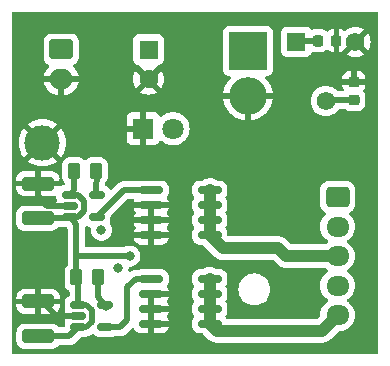
<source format=gbr>
%TF.GenerationSoftware,KiCad,Pcbnew,7.0.9-7.0.9~ubuntu22.04.1*%
%TF.CreationDate,2023-12-14T14:14:35+03:00*%
%TF.ProjectId,main-module,6d61696e-2d6d-46f6-9475-6c652e6b6963,rev?*%
%TF.SameCoordinates,Original*%
%TF.FileFunction,Copper,L4,Bot*%
%TF.FilePolarity,Positive*%
%FSLAX46Y46*%
G04 Gerber Fmt 4.6, Leading zero omitted, Abs format (unit mm)*
G04 Created by KiCad (PCBNEW 7.0.9-7.0.9~ubuntu22.04.1) date 2023-12-14 14:14:35*
%MOMM*%
%LPD*%
G01*
G04 APERTURE LIST*
G04 Aperture macros list*
%AMRoundRect*
0 Rectangle with rounded corners*
0 $1 Rounding radius*
0 $2 $3 $4 $5 $6 $7 $8 $9 X,Y pos of 4 corners*
0 Add a 4 corners polygon primitive as box body*
4,1,4,$2,$3,$4,$5,$6,$7,$8,$9,$2,$3,0*
0 Add four circle primitives for the rounded corners*
1,1,$1+$1,$2,$3*
1,1,$1+$1,$4,$5*
1,1,$1+$1,$6,$7*
1,1,$1+$1,$8,$9*
0 Add four rect primitives between the rounded corners*
20,1,$1+$1,$2,$3,$4,$5,0*
20,1,$1+$1,$4,$5,$6,$7,0*
20,1,$1+$1,$6,$7,$8,$9,0*
20,1,$1+$1,$8,$9,$2,$3,0*%
G04 Aperture macros list end*
%TA.AperFunction,ComponentPad*%
%ADD10RoundRect,0.250000X-0.725000X0.600000X-0.725000X-0.600000X0.725000X-0.600000X0.725000X0.600000X0*%
%TD*%
%TA.AperFunction,ComponentPad*%
%ADD11O,1.950000X1.700000*%
%TD*%
%TA.AperFunction,ComponentPad*%
%ADD12R,3.200000X3.200000*%
%TD*%
%TA.AperFunction,ComponentPad*%
%ADD13O,3.200000X3.200000*%
%TD*%
%TA.AperFunction,ComponentPad*%
%ADD14R,1.560000X1.560000*%
%TD*%
%TA.AperFunction,ComponentPad*%
%ADD15C,1.560000*%
%TD*%
%TA.AperFunction,ComponentPad*%
%ADD16R,1.600000X1.600000*%
%TD*%
%TA.AperFunction,ComponentPad*%
%ADD17C,1.600000*%
%TD*%
%TA.AperFunction,ComponentPad*%
%ADD18C,3.000000*%
%TD*%
%TA.AperFunction,ComponentPad*%
%ADD19R,1.800000X1.800000*%
%TD*%
%TA.AperFunction,ComponentPad*%
%ADD20C,1.800000*%
%TD*%
%TA.AperFunction,ComponentPad*%
%ADD21RoundRect,0.250000X-0.750000X0.600000X-0.750000X-0.600000X0.750000X-0.600000X0.750000X0.600000X0*%
%TD*%
%TA.AperFunction,ComponentPad*%
%ADD22O,2.000000X1.700000*%
%TD*%
%TA.AperFunction,SMDPad,CuDef*%
%ADD23RoundRect,0.225000X0.250000X-0.225000X0.250000X0.225000X-0.250000X0.225000X-0.250000X-0.225000X0*%
%TD*%
%TA.AperFunction,SMDPad,CuDef*%
%ADD24RoundRect,0.150000X-0.512500X-0.150000X0.512500X-0.150000X0.512500X0.150000X-0.512500X0.150000X0*%
%TD*%
%TA.AperFunction,SMDPad,CuDef*%
%ADD25RoundRect,0.250000X-0.262500X-0.450000X0.262500X-0.450000X0.262500X0.450000X-0.262500X0.450000X0*%
%TD*%
%TA.AperFunction,SMDPad,CuDef*%
%ADD26RoundRect,0.150000X-0.825000X-0.150000X0.825000X-0.150000X0.825000X0.150000X-0.825000X0.150000X0*%
%TD*%
%TA.AperFunction,SMDPad,CuDef*%
%ADD27RoundRect,0.250000X-1.100000X0.325000X-1.100000X-0.325000X1.100000X-0.325000X1.100000X0.325000X0*%
%TD*%
%TA.AperFunction,SMDPad,CuDef*%
%ADD28RoundRect,0.225000X-0.225000X-0.250000X0.225000X-0.250000X0.225000X0.250000X-0.225000X0.250000X0*%
%TD*%
%TA.AperFunction,ViaPad*%
%ADD29C,0.800000*%
%TD*%
%TA.AperFunction,Conductor*%
%ADD30C,0.500000*%
%TD*%
%TA.AperFunction,Conductor*%
%ADD31C,1.000000*%
%TD*%
G04 APERTURE END LIST*
D10*
%TO.P,T1,1,AA*%
%TO.N,Net-(T1-AA)*%
X172550000Y-75687500D03*
D11*
%TO.P,T1,2,AB*%
%TO.N,Net-(T1-AB)*%
X172550000Y-78187500D03*
%TO.P,T1,3,SA*%
%TO.N,Net-(T1-SA)*%
X172550000Y-80687500D03*
%TO.P,T1,4,SC*%
%TO.N,VPP*%
X172550000Y-83187500D03*
%TO.P,T1,5,SB*%
%TO.N,Net-(T1-SB)*%
X172550000Y-85687500D03*
%TD*%
D12*
%TO.P,D4,1,K*%
%TO.N,VPP*%
X164950000Y-63315000D03*
D13*
%TO.P,D4,2,A*%
%TO.N,GND1*%
X164950000Y-67125000D03*
%TD*%
D14*
%TO.P,RV2,1,1*%
%TO.N,Net-(D6-+)*%
X169050000Y-62547500D03*
D15*
%TO.P,RV2,2,2*%
%TO.N,/TL494_FEEDBACK*%
X171550000Y-67547500D03*
%TO.P,RV2,3,3*%
%TO.N,GND1*%
X174050000Y-62547500D03*
%TD*%
D16*
%TO.P,C18,1*%
%TO.N,VPP*%
X156550000Y-63205121D03*
D17*
%TO.P,C18,2*%
%TO.N,GND1*%
X156550000Y-65705121D03*
%TD*%
D18*
%TO.P,TP5,1,1*%
%TO.N,GND1*%
X147550000Y-71087500D03*
%TD*%
D19*
%TO.P,D5,1,K*%
%TO.N,GND1*%
X156075000Y-69887500D03*
D20*
%TO.P,D5,2,A*%
%TO.N,Net-(D5-A)*%
X158615000Y-69887500D03*
%TD*%
D21*
%TO.P,J4,1,Pin_1*%
%TO.N,VPP*%
X149150000Y-63187500D03*
D22*
%TO.P,J4,2,Pin_2*%
%TO.N,GND1*%
X149150000Y-65687500D03*
%TD*%
D23*
%TO.P,C35,1*%
%TO.N,/TL494_FEEDBACK*%
X173925000Y-67472500D03*
%TO.P,C35,2*%
%TO.N,GND1*%
X173925000Y-65922500D03*
%TD*%
D24*
%TO.P,U11,1,VCC*%
%TO.N,VPP*%
X150600036Y-86700000D03*
%TO.P,U11,2,GND*%
%TO.N,GND1*%
X150600036Y-85750000D03*
%TO.P,U11,3,IN+*%
%TO.N,VPP*%
X150600036Y-84800000D03*
%TO.P,U11,4,IN-*%
%TO.N,Net-(U11-IN-)*%
X152875036Y-84800000D03*
%TO.P,U11,5,OUT*%
%TO.N,Net-(Q7-G)*%
X152875036Y-86700000D03*
%TD*%
D25*
%TO.P,R16,1*%
%TO.N,VPP*%
X150437500Y-82487500D03*
%TO.P,R16,2*%
%TO.N,Net-(U11-IN-)*%
X152262500Y-82487500D03*
%TD*%
D26*
%TO.P,Q8,1,S*%
%TO.N,GND1*%
X156775000Y-78905000D03*
%TO.P,Q8,2,S*%
X156775000Y-77635000D03*
%TO.P,Q8,3,S*%
X156775000Y-76365000D03*
%TO.P,Q8,4,G*%
%TO.N,Net-(Q8-G)*%
X156775000Y-75095000D03*
%TO.P,Q8,5,D*%
%TO.N,Net-(T1-SA)*%
X161725000Y-75095000D03*
%TO.P,Q8,6,D*%
X161725000Y-76365000D03*
%TO.P,Q8,7,D*%
X161725000Y-77635000D03*
%TO.P,Q8,8,D*%
X161725000Y-78905000D03*
%TD*%
%TO.P,Q7,1,S*%
%TO.N,GND1*%
X156775000Y-86405000D03*
%TO.P,Q7,2,S*%
X156775000Y-85135000D03*
%TO.P,Q7,3,S*%
X156775000Y-83865000D03*
%TO.P,Q7,4,G*%
%TO.N,Net-(Q7-G)*%
X156775000Y-82595000D03*
%TO.P,Q7,5,D*%
%TO.N,Net-(T1-SB)*%
X161725000Y-82595000D03*
%TO.P,Q7,6,D*%
X161725000Y-83865000D03*
%TO.P,Q7,7,D*%
X161725000Y-85135000D03*
%TO.P,Q7,8,D*%
X161725000Y-86405000D03*
%TD*%
D27*
%TO.P,C30,1*%
%TO.N,GND1*%
X147200000Y-84525000D03*
%TO.P,C30,2*%
%TO.N,VPP*%
X147200000Y-87475000D03*
%TD*%
%TO.P,C28,1*%
%TO.N,GND1*%
X147150000Y-74537500D03*
%TO.P,C28,2*%
%TO.N,VPP*%
X147150000Y-77487500D03*
%TD*%
D28*
%TO.P,C33,1*%
%TO.N,Net-(D6-+)*%
X170900000Y-62447500D03*
%TO.P,C33,2*%
%TO.N,GND1*%
X172450000Y-62447500D03*
%TD*%
D24*
%TO.P,U12,1,VCC*%
%TO.N,VPP*%
X149875000Y-77387500D03*
%TO.P,U12,2,GND*%
%TO.N,GND1*%
X149875000Y-76437500D03*
%TO.P,U12,3,IN+*%
%TO.N,VPP*%
X149875000Y-75487500D03*
%TO.P,U12,4,IN-*%
%TO.N,Net-(U12-IN-)*%
X152150000Y-75487500D03*
%TO.P,U12,5,OUT*%
%TO.N,Net-(Q8-G)*%
X152150000Y-77387500D03*
%TD*%
D25*
%TO.P,R17,1*%
%TO.N,VPP*%
X150237500Y-73487500D03*
%TO.P,R17,2*%
%TO.N,Net-(U12-IN-)*%
X152062500Y-73487500D03*
%TD*%
D29*
%TO.N,Net-(U11-IN-)*%
X152950000Y-84887500D03*
%TO.N,Net-(U12-IN-)*%
X153950000Y-81687500D03*
X152150000Y-73487500D03*
%TO.N,VPP*%
X154950000Y-80687500D03*
%TO.N,/TL494_FEEDBACK*%
X152550000Y-78487500D03*
%TD*%
D30*
%TO.N,Net-(U11-IN-)*%
X152262500Y-84187464D02*
X152875036Y-84800000D01*
X152262500Y-82487500D02*
X152262500Y-84187464D01*
%TO.N,VPP*%
X151262536Y-84800000D02*
X151712536Y-85250000D01*
X151712536Y-86250000D02*
X151262536Y-86700000D01*
X151712536Y-85250000D02*
X151712536Y-86250000D01*
X147487536Y-87475000D02*
X149825036Y-87475000D01*
X154950000Y-80687500D02*
X150437500Y-80687500D01*
X150600036Y-84800000D02*
X151262536Y-84800000D01*
X150237500Y-73487500D02*
X150237500Y-75125000D01*
X149875000Y-77387500D02*
X150537500Y-77387500D01*
X150237500Y-75125000D02*
X149875000Y-75487500D01*
X149825036Y-87475000D02*
X150600036Y-86700000D01*
X150437500Y-82487500D02*
X150437500Y-80687500D01*
X151037500Y-75987500D02*
X150537500Y-75487500D01*
X150437500Y-77950000D02*
X149875000Y-77387500D01*
X149775000Y-77487500D02*
X149875000Y-77387500D01*
X147150000Y-77487500D02*
X149775000Y-77487500D01*
X150600036Y-84800000D02*
X150600036Y-82650036D01*
X150537500Y-75487500D02*
X149875000Y-75487500D01*
X150437500Y-80687500D02*
X150437500Y-77950000D01*
X151037500Y-76887500D02*
X151037500Y-75987500D01*
X151262536Y-86700000D02*
X150600036Y-86700000D01*
X150537500Y-77387500D02*
X151037500Y-76887500D01*
%TO.N,GND1*%
X147975000Y-76437500D02*
X147150000Y-75612500D01*
X150600036Y-85750000D02*
X148712536Y-85750000D01*
X148712536Y-85750000D02*
X147487536Y-84525000D01*
X147150000Y-75612500D02*
X147150000Y-74537500D01*
X149875000Y-76437500D02*
X147975000Y-76437500D01*
%TO.N,/TL494_FEEDBACK*%
X173925000Y-67472500D02*
X171625000Y-67472500D01*
%TO.N,Net-(Q7-G)*%
X155442500Y-82595000D02*
X156775000Y-82595000D01*
X154750000Y-83287500D02*
X155442500Y-82595000D01*
X154750000Y-86087500D02*
X154750000Y-83287500D01*
X154137500Y-86700000D02*
X154750000Y-86087500D01*
X152875036Y-86700000D02*
X154137500Y-86700000D01*
D31*
%TO.N,Net-(T1-SB)*%
X161725000Y-82595000D02*
X161725000Y-86405000D01*
X161725000Y-86405000D02*
X162320000Y-87000000D01*
X162320000Y-87000000D02*
X171237500Y-87000000D01*
X171237500Y-87000000D02*
X172550000Y-85687500D01*
D30*
%TO.N,Net-(Q8-G)*%
X152150000Y-77387500D02*
X154442500Y-75095000D01*
X154442500Y-75095000D02*
X156775000Y-75095000D01*
D31*
%TO.N,Net-(T1-SA)*%
X172550000Y-80687500D02*
X168187500Y-80687500D01*
X167500000Y-80000000D02*
X162820000Y-80000000D01*
X161725000Y-75095000D02*
X161725000Y-78905000D01*
X168187500Y-80687500D02*
X167500000Y-80000000D01*
X162820000Y-80000000D02*
X161725000Y-78905000D01*
D30*
%TO.N,Net-(U12-IN-)*%
X152062500Y-75400000D02*
X152150000Y-75487500D01*
X152150000Y-73487500D02*
X152062500Y-75400000D01*
%TO.N,Net-(D6-+)*%
X170900000Y-62447500D02*
X169150000Y-62447500D01*
%TD*%
%TA.AperFunction,Conductor*%
%TO.N,GND1*%
G36*
X175942539Y-60020185D02*
G01*
X175988294Y-60072989D01*
X175999500Y-60124500D01*
X175999500Y-88875500D01*
X175979815Y-88942539D01*
X175927011Y-88988294D01*
X175875500Y-88999500D01*
X145124500Y-88999500D01*
X145057461Y-88979815D01*
X145011706Y-88927011D01*
X145000500Y-88875500D01*
X145000500Y-84775000D01*
X145350001Y-84775000D01*
X145350001Y-84899986D01*
X145360494Y-85002697D01*
X145415641Y-85169119D01*
X145415643Y-85169124D01*
X145507684Y-85318345D01*
X145631654Y-85442315D01*
X145780875Y-85534356D01*
X145780880Y-85534358D01*
X145947302Y-85589505D01*
X145947309Y-85589506D01*
X146050019Y-85599999D01*
X146949999Y-85599999D01*
X146950000Y-85599998D01*
X146950000Y-84775000D01*
X147450000Y-84775000D01*
X147450000Y-85599999D01*
X148349972Y-85599999D01*
X148349986Y-85599998D01*
X148452697Y-85589505D01*
X148619119Y-85534358D01*
X148619124Y-85534356D01*
X148768345Y-85442315D01*
X148892315Y-85318345D01*
X148984356Y-85169124D01*
X148984358Y-85169119D01*
X149039505Y-85002697D01*
X149039506Y-85002690D01*
X149049999Y-84899986D01*
X149050000Y-84899973D01*
X149050000Y-84775000D01*
X147450000Y-84775000D01*
X146950000Y-84775000D01*
X145350001Y-84775000D01*
X145000500Y-84775000D01*
X145000500Y-84275000D01*
X145350000Y-84275000D01*
X146950000Y-84275000D01*
X146950000Y-83450000D01*
X147450000Y-83450000D01*
X147450000Y-84275000D01*
X149049999Y-84275000D01*
X149049999Y-84150028D01*
X149049998Y-84150013D01*
X149039505Y-84047302D01*
X148984358Y-83880880D01*
X148984356Y-83880875D01*
X148892315Y-83731654D01*
X148768345Y-83607684D01*
X148619124Y-83515643D01*
X148619119Y-83515641D01*
X148452697Y-83460494D01*
X148452690Y-83460493D01*
X148349986Y-83450000D01*
X147450000Y-83450000D01*
X146950000Y-83450000D01*
X146050028Y-83450000D01*
X146050012Y-83450001D01*
X145947302Y-83460494D01*
X145780880Y-83515641D01*
X145780875Y-83515643D01*
X145631654Y-83607684D01*
X145507684Y-83731654D01*
X145415643Y-83880875D01*
X145415641Y-83880880D01*
X145360494Y-84047302D01*
X145360493Y-84047309D01*
X145350000Y-84150013D01*
X145350000Y-84275000D01*
X145000500Y-84275000D01*
X145000500Y-77862501D01*
X145299500Y-77862501D01*
X145299501Y-77862519D01*
X145310000Y-77965296D01*
X145310001Y-77965299D01*
X145365185Y-78131831D01*
X145365187Y-78131836D01*
X145369034Y-78138073D01*
X145457288Y-78281156D01*
X145581344Y-78405212D01*
X145730666Y-78497314D01*
X145897203Y-78552499D01*
X145999991Y-78563000D01*
X148300008Y-78562999D01*
X148402797Y-78552499D01*
X148569334Y-78497314D01*
X148718656Y-78405212D01*
X148842712Y-78281156D01*
X148842712Y-78281155D01*
X148847819Y-78276049D01*
X148849705Y-78277935D01*
X148896625Y-78244712D01*
X148936868Y-78238000D01*
X149563000Y-78238000D01*
X149630039Y-78257685D01*
X149675794Y-78310489D01*
X149687000Y-78362000D01*
X149687000Y-80663858D01*
X149686895Y-80667463D01*
X149683169Y-80731434D01*
X149683169Y-80731435D01*
X149685116Y-80742477D01*
X149687000Y-80764009D01*
X149687000Y-81412770D01*
X149667315Y-81479809D01*
X149650681Y-81500451D01*
X149582289Y-81568842D01*
X149490187Y-81718163D01*
X149490185Y-81718168D01*
X149482436Y-81741553D01*
X149435001Y-81884703D01*
X149435001Y-81884704D01*
X149435000Y-81884704D01*
X149424500Y-81987483D01*
X149424500Y-82987501D01*
X149424501Y-82987519D01*
X149435000Y-83090296D01*
X149435001Y-83090299D01*
X149490185Y-83256831D01*
X149490187Y-83256836D01*
X149500363Y-83273334D01*
X149582288Y-83406156D01*
X149706344Y-83530212D01*
X149790633Y-83582202D01*
X149837357Y-83634147D01*
X149849536Y-83687739D01*
X149849536Y-83964281D01*
X149829851Y-84031320D01*
X149788657Y-84071013D01*
X149685674Y-84131916D01*
X149685665Y-84131923D01*
X149569459Y-84248129D01*
X149569453Y-84248137D01*
X149485791Y-84389603D01*
X149485790Y-84389606D01*
X149439938Y-84547426D01*
X149439937Y-84547432D01*
X149437036Y-84584304D01*
X149437036Y-85015696D01*
X149439937Y-85052567D01*
X149439938Y-85052573D01*
X149485790Y-85210393D01*
X149485792Y-85210399D01*
X149486962Y-85212377D01*
X149487405Y-85214126D01*
X149488889Y-85217554D01*
X149488335Y-85217793D01*
X149504139Y-85280102D01*
X149488785Y-85332395D01*
X149489353Y-85332641D01*
X149487363Y-85337239D01*
X149486964Y-85338599D01*
X149486258Y-85339791D01*
X149486252Y-85339806D01*
X149440436Y-85497505D01*
X149440435Y-85497511D01*
X149440240Y-85499998D01*
X149440241Y-85500000D01*
X149705721Y-85500000D01*
X149768842Y-85517268D01*
X149827138Y-85551744D01*
X149846417Y-85557345D01*
X149984962Y-85597597D01*
X149984965Y-85597597D01*
X149984967Y-85597598D01*
X149997258Y-85598565D01*
X150021840Y-85600500D01*
X150021842Y-85600500D01*
X150726036Y-85600500D01*
X150793075Y-85620185D01*
X150838830Y-85672989D01*
X150850036Y-85724500D01*
X150850036Y-85775500D01*
X150830351Y-85842539D01*
X150777547Y-85888294D01*
X150726036Y-85899500D01*
X150021840Y-85899500D01*
X149984968Y-85902401D01*
X149984962Y-85902402D01*
X149827142Y-85948254D01*
X149827139Y-85948255D01*
X149768842Y-85982732D01*
X149705721Y-86000000D01*
X149440241Y-86000000D01*
X149440240Y-86000001D01*
X149440435Y-86002488D01*
X149440436Y-86002494D01*
X149486252Y-86160193D01*
X149486256Y-86160203D01*
X149486963Y-86161398D01*
X149487231Y-86162454D01*
X149489352Y-86167356D01*
X149488560Y-86167698D01*
X149504139Y-86229123D01*
X149488529Y-86282284D01*
X149488891Y-86282441D01*
X149487623Y-86285369D01*
X149486963Y-86287620D01*
X149485795Y-86289594D01*
X149485790Y-86289607D01*
X149439938Y-86447426D01*
X149439937Y-86447432D01*
X149437036Y-86484304D01*
X149437036Y-86600500D01*
X149417351Y-86667539D01*
X149364547Y-86713294D01*
X149313036Y-86724500D01*
X148986868Y-86724500D01*
X148919829Y-86704815D01*
X148898653Y-86685616D01*
X148897819Y-86686451D01*
X148768657Y-86557289D01*
X148768656Y-86557288D01*
X148650333Y-86484306D01*
X148619336Y-86465187D01*
X148619331Y-86465185D01*
X148617862Y-86464698D01*
X148452797Y-86410001D01*
X148452795Y-86410000D01*
X148350010Y-86399500D01*
X146049998Y-86399500D01*
X146049981Y-86399501D01*
X145947203Y-86410000D01*
X145947200Y-86410001D01*
X145780668Y-86465185D01*
X145780663Y-86465187D01*
X145631342Y-86557289D01*
X145507289Y-86681342D01*
X145415187Y-86830663D01*
X145415186Y-86830666D01*
X145360001Y-86997203D01*
X145360001Y-86997204D01*
X145360000Y-86997204D01*
X145349500Y-87099983D01*
X145349500Y-87850001D01*
X145349501Y-87850019D01*
X145360000Y-87952796D01*
X145360001Y-87952799D01*
X145415185Y-88119331D01*
X145415186Y-88119334D01*
X145507288Y-88268656D01*
X145631344Y-88392712D01*
X145780666Y-88484814D01*
X145947203Y-88539999D01*
X146049991Y-88550500D01*
X148350008Y-88550499D01*
X148452797Y-88539999D01*
X148619334Y-88484814D01*
X148768656Y-88392712D01*
X148892712Y-88268656D01*
X148892712Y-88268655D01*
X148897819Y-88263549D01*
X148899705Y-88265435D01*
X148946625Y-88232212D01*
X148986868Y-88225500D01*
X149761331Y-88225500D01*
X149779301Y-88226809D01*
X149803059Y-88230289D01*
X149855104Y-88225735D01*
X149860506Y-88225500D01*
X149868740Y-88225500D01*
X149868745Y-88225500D01*
X149880363Y-88224141D01*
X149901312Y-88221693D01*
X149914064Y-88220577D01*
X149977833Y-88214999D01*
X149977841Y-88214996D01*
X149984902Y-88213539D01*
X149984914Y-88213598D01*
X149992279Y-88211965D01*
X149992265Y-88211906D01*
X149999282Y-88210241D01*
X149999291Y-88210241D01*
X150071459Y-88183974D01*
X150144370Y-88159814D01*
X150144379Y-88159807D01*
X150150918Y-88156760D01*
X150150944Y-88156816D01*
X150157726Y-88153532D01*
X150157699Y-88153478D01*
X150164142Y-88150240D01*
X150164153Y-88150237D01*
X150228319Y-88108034D01*
X150293692Y-88067712D01*
X150293698Y-88067705D01*
X150299361Y-88063229D01*
X150299398Y-88063277D01*
X150305240Y-88058518D01*
X150305200Y-88058471D01*
X150310727Y-88053832D01*
X150310732Y-88053830D01*
X150363423Y-87997980D01*
X150824584Y-87536819D01*
X150885907Y-87503334D01*
X150912265Y-87500500D01*
X151178232Y-87500500D01*
X151196667Y-87499049D01*
X151215105Y-87497598D01*
X151215107Y-87497597D01*
X151215109Y-87497597D01*
X151372926Y-87451747D01*
X151372930Y-87451744D01*
X151372934Y-87451744D01*
X151372936Y-87451742D01*
X151377762Y-87449654D01*
X151408347Y-87441913D01*
X151408254Y-87441461D01*
X151422402Y-87438539D01*
X151422414Y-87438598D01*
X151429779Y-87436965D01*
X151429765Y-87436906D01*
X151436782Y-87435241D01*
X151436791Y-87435241D01*
X151508959Y-87408974D01*
X151581870Y-87384814D01*
X151581879Y-87384807D01*
X151588418Y-87381760D01*
X151588444Y-87381816D01*
X151595226Y-87378532D01*
X151595199Y-87378478D01*
X151601642Y-87375240D01*
X151601653Y-87375237D01*
X151665819Y-87333034D01*
X151731192Y-87292712D01*
X151731191Y-87292712D01*
X151737340Y-87288920D01*
X151738084Y-87290126D01*
X151795475Y-87266968D01*
X151864118Y-87280003D01*
X151895282Y-87302693D01*
X151960665Y-87368076D01*
X151960669Y-87368079D01*
X151960671Y-87368081D01*
X152102138Y-87451744D01*
X152114340Y-87455289D01*
X152259962Y-87497597D01*
X152259965Y-87497597D01*
X152259967Y-87497598D01*
X152272258Y-87498565D01*
X152296840Y-87500500D01*
X152296842Y-87500500D01*
X153453232Y-87500500D01*
X153471667Y-87499049D01*
X153490105Y-87497598D01*
X153490107Y-87497597D01*
X153490109Y-87497597D01*
X153635269Y-87455424D01*
X153669864Y-87450500D01*
X154073795Y-87450500D01*
X154091765Y-87451809D01*
X154115523Y-87455289D01*
X154167568Y-87450735D01*
X154172970Y-87450500D01*
X154181204Y-87450500D01*
X154181209Y-87450500D01*
X154192827Y-87449141D01*
X154213776Y-87446693D01*
X154226528Y-87445577D01*
X154290297Y-87439999D01*
X154290305Y-87439996D01*
X154297366Y-87438539D01*
X154297378Y-87438598D01*
X154304743Y-87436965D01*
X154304729Y-87436906D01*
X154311746Y-87435241D01*
X154311755Y-87435241D01*
X154383923Y-87408974D01*
X154456834Y-87384814D01*
X154456843Y-87384807D01*
X154463382Y-87381760D01*
X154463408Y-87381816D01*
X154470190Y-87378532D01*
X154470163Y-87378478D01*
X154476606Y-87375240D01*
X154476617Y-87375237D01*
X154540783Y-87333034D01*
X154606156Y-87292712D01*
X154606162Y-87292705D01*
X154611825Y-87288229D01*
X154611863Y-87288277D01*
X154617700Y-87283522D01*
X154617661Y-87283475D01*
X154623196Y-87278830D01*
X154675885Y-87222983D01*
X154942315Y-86956552D01*
X155140790Y-86758076D01*
X155202111Y-86724593D01*
X155271802Y-86729577D01*
X155327736Y-86771448D01*
X155347544Y-86811160D01*
X155348715Y-86815192D01*
X155348717Y-86815196D01*
X155432314Y-86956552D01*
X155432321Y-86956561D01*
X155548438Y-87072678D01*
X155548447Y-87072685D01*
X155689803Y-87156282D01*
X155689806Y-87156283D01*
X155847504Y-87202099D01*
X155847510Y-87202100D01*
X155884356Y-87205000D01*
X156525000Y-87205000D01*
X156525000Y-86655000D01*
X157025000Y-86655000D01*
X157025000Y-87205000D01*
X157665644Y-87205000D01*
X157702489Y-87202100D01*
X157702495Y-87202099D01*
X157860193Y-87156283D01*
X157860196Y-87156282D01*
X158001552Y-87072685D01*
X158001561Y-87072678D01*
X158117678Y-86956561D01*
X158117685Y-86956552D01*
X158201281Y-86815198D01*
X158247100Y-86657486D01*
X158247295Y-86655001D01*
X158247295Y-86655000D01*
X157025000Y-86655000D01*
X156525000Y-86655000D01*
X156525000Y-86620696D01*
X160249500Y-86620696D01*
X160252401Y-86657567D01*
X160252402Y-86657573D01*
X160298254Y-86815393D01*
X160298255Y-86815396D01*
X160298256Y-86815398D01*
X160307287Y-86830668D01*
X160381917Y-86956862D01*
X160381923Y-86956870D01*
X160498129Y-87073076D01*
X160498133Y-87073079D01*
X160498135Y-87073081D01*
X160639602Y-87156744D01*
X160681224Y-87168836D01*
X160797426Y-87202597D01*
X160797429Y-87202597D01*
X160797431Y-87202598D01*
X160809722Y-87203565D01*
X160834304Y-87205500D01*
X160834306Y-87205500D01*
X161059217Y-87205500D01*
X161126256Y-87225185D01*
X161146898Y-87241819D01*
X161402677Y-87497597D01*
X161603548Y-87698468D01*
X161664941Y-87763053D01*
X161664944Y-87763055D01*
X161664947Y-87763058D01*
X161699053Y-87786795D01*
X161715303Y-87798106D01*
X161719044Y-87800926D01*
X161766593Y-87839698D01*
X161797045Y-87855604D01*
X161803758Y-87859672D01*
X161831951Y-87879295D01*
X161888329Y-87903489D01*
X161892578Y-87905507D01*
X161946951Y-87933909D01*
X161974489Y-87941788D01*
X161979974Y-87943358D01*
X161987368Y-87945990D01*
X162018942Y-87959540D01*
X162018945Y-87959540D01*
X162018946Y-87959541D01*
X162079022Y-87971887D01*
X162083600Y-87973010D01*
X162085704Y-87973612D01*
X162142582Y-87989887D01*
X162176839Y-87992495D01*
X162184614Y-87993586D01*
X162218255Y-88000500D01*
X162218259Y-88000500D01*
X162279598Y-88000500D01*
X162284304Y-88000678D01*
X162311595Y-88002757D01*
X162345475Y-88005337D01*
X162345475Y-88005336D01*
X162345476Y-88005337D01*
X162379559Y-88000996D01*
X162387389Y-88000500D01*
X171224784Y-88000500D01*
X171313858Y-88002757D01*
X171313858Y-88002756D01*
X171313863Y-88002757D01*
X171374253Y-87991932D01*
X171378912Y-87991280D01*
X171421107Y-87986988D01*
X171439938Y-87985074D01*
X171472727Y-87974786D01*
X171480340Y-87972918D01*
X171514153Y-87966858D01*
X171571121Y-87944101D01*
X171575553Y-87942524D01*
X171634088Y-87924159D01*
X171664127Y-87907484D01*
X171671208Y-87904122D01*
X171703117Y-87891377D01*
X171754354Y-87857608D01*
X171758351Y-87855187D01*
X171812002Y-87825409D01*
X171838068Y-87803030D01*
X171844343Y-87798300D01*
X171844645Y-87798101D01*
X171873019Y-87779402D01*
X171916417Y-87736002D01*
X171919836Y-87732834D01*
X171966395Y-87692866D01*
X171987431Y-87665688D01*
X171992601Y-87659818D01*
X172578102Y-87074319D01*
X172639425Y-87040834D01*
X172665783Y-87038000D01*
X172733966Y-87038000D01*
X172910408Y-87022563D01*
X173138663Y-86961403D01*
X173352829Y-86861535D01*
X173546401Y-86725995D01*
X173713495Y-86558901D01*
X173849035Y-86365330D01*
X173948903Y-86151163D01*
X174010063Y-85922908D01*
X174030659Y-85687500D01*
X174030603Y-85686865D01*
X174021649Y-85584515D01*
X174010063Y-85452092D01*
X173948903Y-85223837D01*
X173849035Y-85009671D01*
X173849034Y-85009669D01*
X173713494Y-84816097D01*
X173546403Y-84649006D01*
X173490187Y-84609644D01*
X173389401Y-84539073D01*
X173345778Y-84484499D01*
X173338584Y-84415000D01*
X173370106Y-84352645D01*
X173389398Y-84335928D01*
X173546401Y-84225995D01*
X173713495Y-84058901D01*
X173849035Y-83865330D01*
X173948903Y-83651163D01*
X174010063Y-83422908D01*
X174030659Y-83187500D01*
X174030622Y-83187082D01*
X174026539Y-83140418D01*
X174010063Y-82952092D01*
X173959536Y-82763519D01*
X173948905Y-82723844D01*
X173948904Y-82723843D01*
X173948903Y-82723837D01*
X173849035Y-82509671D01*
X173849034Y-82509669D01*
X173713494Y-82316097D01*
X173546403Y-82149006D01*
X173490187Y-82109644D01*
X173389401Y-82039073D01*
X173345778Y-81984499D01*
X173338584Y-81915000D01*
X173370106Y-81852645D01*
X173389398Y-81835928D01*
X173546401Y-81725995D01*
X173713495Y-81558901D01*
X173849035Y-81365330D01*
X173948903Y-81151163D01*
X174010063Y-80922908D01*
X174030659Y-80687500D01*
X174010063Y-80452092D01*
X173948903Y-80223837D01*
X173849035Y-80009671D01*
X173798151Y-79937000D01*
X173713494Y-79816097D01*
X173546403Y-79649006D01*
X173437971Y-79573082D01*
X173389401Y-79539073D01*
X173345778Y-79484499D01*
X173338584Y-79415000D01*
X173370106Y-79352645D01*
X173389398Y-79335928D01*
X173546401Y-79225995D01*
X173713495Y-79058901D01*
X173849035Y-78865330D01*
X173948903Y-78651163D01*
X174010063Y-78422908D01*
X174030659Y-78187500D01*
X174030603Y-78186865D01*
X174018209Y-78045198D01*
X174010063Y-77952092D01*
X173948903Y-77723837D01*
X173849035Y-77509671D01*
X173849034Y-77509669D01*
X173713494Y-77316097D01*
X173566295Y-77168898D01*
X173532810Y-77107575D01*
X173537794Y-77037883D01*
X173579666Y-76981950D01*
X173588880Y-76975678D01*
X173619629Y-76956712D01*
X173743656Y-76880212D01*
X173867712Y-76756156D01*
X173959814Y-76606834D01*
X174014999Y-76440297D01*
X174025500Y-76337509D01*
X174025499Y-75037492D01*
X174019462Y-74978398D01*
X174014999Y-74934703D01*
X174014998Y-74934700D01*
X174007637Y-74912486D01*
X173959814Y-74768166D01*
X173867712Y-74618844D01*
X173743656Y-74494788D01*
X173622022Y-74419764D01*
X173594336Y-74402687D01*
X173594331Y-74402685D01*
X173592862Y-74402198D01*
X173427797Y-74347501D01*
X173427795Y-74347500D01*
X173325010Y-74337000D01*
X171774998Y-74337000D01*
X171774981Y-74337001D01*
X171672203Y-74347500D01*
X171672200Y-74347501D01*
X171505668Y-74402685D01*
X171505663Y-74402687D01*
X171356342Y-74494789D01*
X171232289Y-74618842D01*
X171140187Y-74768163D01*
X171140186Y-74768166D01*
X171085001Y-74934703D01*
X171085001Y-74934704D01*
X171085000Y-74934704D01*
X171074500Y-75037483D01*
X171074500Y-76337501D01*
X171074501Y-76337518D01*
X171085000Y-76440296D01*
X171085001Y-76440299D01*
X171140185Y-76606831D01*
X171140187Y-76606836D01*
X171232289Y-76756157D01*
X171356344Y-76880212D01*
X171511120Y-76975678D01*
X171557845Y-77027626D01*
X171569068Y-77096588D01*
X171541224Y-77160671D01*
X171533706Y-77168898D01*
X171386501Y-77316103D01*
X171386501Y-77316104D01*
X171250967Y-77509665D01*
X171250965Y-77509669D01*
X171151098Y-77723835D01*
X171151094Y-77723844D01*
X171089938Y-77952086D01*
X171089936Y-77952096D01*
X171069341Y-78187499D01*
X171069341Y-78187500D01*
X171089936Y-78422903D01*
X171089938Y-78422913D01*
X171151094Y-78651155D01*
X171151096Y-78651159D01*
X171151097Y-78651163D01*
X171168883Y-78689304D01*
X171250964Y-78865328D01*
X171250965Y-78865330D01*
X171386505Y-79058902D01*
X171553597Y-79225994D01*
X171710595Y-79335925D01*
X171754220Y-79390502D01*
X171761414Y-79460000D01*
X171729891Y-79522355D01*
X171710595Y-79539075D01*
X171553597Y-79649005D01*
X171551922Y-79650681D01*
X171551000Y-79651184D01*
X171549449Y-79652486D01*
X171549187Y-79652174D01*
X171490599Y-79684166D01*
X171464241Y-79687000D01*
X168653282Y-79687000D01*
X168586243Y-79667315D01*
X168565601Y-79650681D01*
X168216452Y-79301532D01*
X168155061Y-79236949D01*
X168155060Y-79236948D01*
X168155059Y-79236947D01*
X168127204Y-79217559D01*
X168104709Y-79201902D01*
X168100946Y-79199064D01*
X168053413Y-79160305D01*
X168053406Y-79160300D01*
X168022959Y-79144397D01*
X168016251Y-79140334D01*
X167988049Y-79120705D01*
X167988046Y-79120703D01*
X167988045Y-79120703D01*
X167988041Y-79120701D01*
X167931680Y-79096514D01*
X167927424Y-79094493D01*
X167873057Y-79066094D01*
X167873050Y-79066091D01*
X167873049Y-79066091D01*
X167867008Y-79064362D01*
X167840030Y-79056642D01*
X167832630Y-79054008D01*
X167801057Y-79040459D01*
X167801058Y-79040459D01*
X167740966Y-79028109D01*
X167736391Y-79026986D01*
X167677420Y-79010113D01*
X167677425Y-79010113D01*
X167643158Y-79007503D01*
X167635380Y-79006412D01*
X167601742Y-78999500D01*
X167601741Y-78999500D01*
X167540402Y-78999500D01*
X167535695Y-78999321D01*
X167530121Y-78998896D01*
X167474524Y-78994662D01*
X167454589Y-78997201D01*
X167440440Y-78999003D01*
X167432611Y-78999500D01*
X163324500Y-78999500D01*
X163257461Y-78979815D01*
X163211706Y-78927011D01*
X163200500Y-78875500D01*
X163200500Y-78689304D01*
X163197598Y-78652432D01*
X163197597Y-78652426D01*
X163151745Y-78494606D01*
X163151744Y-78494603D01*
X163151744Y-78494602D01*
X163068081Y-78353135D01*
X163068078Y-78353132D01*
X163063298Y-78346969D01*
X163065750Y-78345066D01*
X163039155Y-78296421D01*
X163044104Y-78226726D01*
X163064940Y-78194304D01*
X163063298Y-78193031D01*
X163068075Y-78186870D01*
X163068081Y-78186865D01*
X163151744Y-78045398D01*
X163197598Y-77887569D01*
X163200500Y-77850694D01*
X163200500Y-77419306D01*
X163197598Y-77382431D01*
X163184465Y-77337229D01*
X163163836Y-77266224D01*
X163151744Y-77224602D01*
X163068081Y-77083135D01*
X163068078Y-77083132D01*
X163063298Y-77076969D01*
X163065750Y-77075066D01*
X163039155Y-77026421D01*
X163044104Y-76956726D01*
X163064940Y-76924304D01*
X163063298Y-76923031D01*
X163068075Y-76916870D01*
X163068081Y-76916865D01*
X163151744Y-76775398D01*
X163192314Y-76635756D01*
X163197597Y-76617573D01*
X163197598Y-76617567D01*
X163197605Y-76617486D01*
X163199775Y-76589902D01*
X163200500Y-76580696D01*
X163200500Y-76149304D01*
X163197598Y-76112432D01*
X163197597Y-76112426D01*
X163151745Y-75954606D01*
X163151744Y-75954603D01*
X163151744Y-75954602D01*
X163068081Y-75813135D01*
X163068078Y-75813132D01*
X163063298Y-75806969D01*
X163065750Y-75805066D01*
X163039155Y-75756421D01*
X163044104Y-75686726D01*
X163064940Y-75654304D01*
X163063298Y-75653031D01*
X163068075Y-75646870D01*
X163068081Y-75646865D01*
X163151744Y-75505398D01*
X163197598Y-75347569D01*
X163200500Y-75310694D01*
X163200500Y-74879306D01*
X163197598Y-74842431D01*
X163197473Y-74842001D01*
X163153284Y-74689902D01*
X163151744Y-74684602D01*
X163068081Y-74543135D01*
X163068079Y-74543133D01*
X163068076Y-74543129D01*
X162951870Y-74426923D01*
X162951862Y-74426917D01*
X162810396Y-74343255D01*
X162810393Y-74343254D01*
X162652573Y-74297402D01*
X162652567Y-74297401D01*
X162615696Y-74294500D01*
X162615694Y-74294500D01*
X162367745Y-74294500D01*
X162300706Y-74274815D01*
X162291844Y-74268556D01*
X162256960Y-74241553D01*
X162256956Y-74241551D01*
X162074271Y-74151940D01*
X161877285Y-74100937D01*
X161877287Y-74100937D01*
X161741804Y-74094066D01*
X161674064Y-74090631D01*
X161674063Y-74090631D01*
X161674061Y-74090631D01*
X161472936Y-74121442D01*
X161472924Y-74121445D01*
X161282117Y-74192112D01*
X161282108Y-74192116D01*
X161147960Y-74275732D01*
X161082369Y-74294500D01*
X160834304Y-74294500D01*
X160797432Y-74297401D01*
X160797426Y-74297402D01*
X160639606Y-74343254D01*
X160639603Y-74343255D01*
X160498137Y-74426917D01*
X160498129Y-74426923D01*
X160381923Y-74543129D01*
X160381917Y-74543137D01*
X160298255Y-74684603D01*
X160298254Y-74684606D01*
X160252402Y-74842426D01*
X160252401Y-74842432D01*
X160249500Y-74879304D01*
X160249500Y-75310696D01*
X160252401Y-75347567D01*
X160252402Y-75347573D01*
X160298254Y-75505393D01*
X160298255Y-75505396D01*
X160381917Y-75646862D01*
X160386702Y-75653031D01*
X160384256Y-75654927D01*
X160410857Y-75703642D01*
X160405873Y-75773334D01*
X160385069Y-75805703D01*
X160386702Y-75806969D01*
X160381917Y-75813137D01*
X160298255Y-75954603D01*
X160298254Y-75954606D01*
X160252402Y-76112426D01*
X160252401Y-76112432D01*
X160249500Y-76149304D01*
X160249500Y-76580696D01*
X160252401Y-76617567D01*
X160252402Y-76617573D01*
X160298254Y-76775393D01*
X160298255Y-76775396D01*
X160381917Y-76916862D01*
X160386702Y-76923031D01*
X160384256Y-76924927D01*
X160410857Y-76973642D01*
X160405873Y-77043334D01*
X160385069Y-77075703D01*
X160386702Y-77076969D01*
X160381917Y-77083137D01*
X160298255Y-77224603D01*
X160298254Y-77224606D01*
X160252402Y-77382426D01*
X160252401Y-77382432D01*
X160249500Y-77419304D01*
X160249500Y-77850696D01*
X160252401Y-77887567D01*
X160252402Y-77887573D01*
X160298254Y-78045393D01*
X160298255Y-78045396D01*
X160381917Y-78186862D01*
X160386702Y-78193031D01*
X160384256Y-78194927D01*
X160410857Y-78243642D01*
X160405873Y-78313334D01*
X160385069Y-78345703D01*
X160386702Y-78346969D01*
X160381917Y-78353137D01*
X160298255Y-78494603D01*
X160298254Y-78494606D01*
X160252402Y-78652426D01*
X160252401Y-78652432D01*
X160249500Y-78689304D01*
X160249500Y-79120696D01*
X160252401Y-79157567D01*
X160252402Y-79157573D01*
X160298254Y-79315393D01*
X160298255Y-79315396D01*
X160381917Y-79456862D01*
X160381923Y-79456870D01*
X160498129Y-79573076D01*
X160498133Y-79573079D01*
X160498135Y-79573081D01*
X160639602Y-79656744D01*
X160675987Y-79667315D01*
X160797426Y-79702597D01*
X160797429Y-79702597D01*
X160797431Y-79702598D01*
X160809722Y-79703565D01*
X160834304Y-79705500D01*
X160834306Y-79705500D01*
X161059217Y-79705500D01*
X161126256Y-79725185D01*
X161146898Y-79741819D01*
X162103548Y-80698468D01*
X162164941Y-80763053D01*
X162164944Y-80763055D01*
X162164947Y-80763058D01*
X162199053Y-80786795D01*
X162215303Y-80798106D01*
X162219044Y-80800926D01*
X162266593Y-80839698D01*
X162297045Y-80855604D01*
X162303758Y-80859672D01*
X162331951Y-80879295D01*
X162388329Y-80903489D01*
X162392578Y-80905507D01*
X162446951Y-80933909D01*
X162474489Y-80941788D01*
X162479974Y-80943358D01*
X162487368Y-80945990D01*
X162518942Y-80959540D01*
X162518945Y-80959540D01*
X162518946Y-80959541D01*
X162579022Y-80971887D01*
X162583600Y-80973010D01*
X162597501Y-80976987D01*
X162642582Y-80989887D01*
X162676839Y-80992495D01*
X162684614Y-80993586D01*
X162718255Y-81000500D01*
X162718259Y-81000500D01*
X162779598Y-81000500D01*
X162784304Y-81000678D01*
X162819062Y-81003325D01*
X162845475Y-81005337D01*
X162845475Y-81005336D01*
X162845476Y-81005337D01*
X162879559Y-81000996D01*
X162887389Y-81000500D01*
X167034217Y-81000500D01*
X167101256Y-81020185D01*
X167121898Y-81036819D01*
X167471048Y-81385968D01*
X167532441Y-81450553D01*
X167532444Y-81450555D01*
X167532447Y-81450558D01*
X167562749Y-81471648D01*
X167582803Y-81485606D01*
X167586544Y-81488426D01*
X167634093Y-81527198D01*
X167664545Y-81543104D01*
X167671258Y-81547172D01*
X167699451Y-81566795D01*
X167755829Y-81590989D01*
X167760078Y-81593007D01*
X167814451Y-81621409D01*
X167841989Y-81629288D01*
X167847474Y-81630858D01*
X167854868Y-81633490D01*
X167886442Y-81647040D01*
X167886445Y-81647040D01*
X167886446Y-81647041D01*
X167946522Y-81659387D01*
X167951100Y-81660510D01*
X167965001Y-81664487D01*
X168010082Y-81677387D01*
X168044339Y-81679995D01*
X168052114Y-81681086D01*
X168085755Y-81688000D01*
X168085759Y-81688000D01*
X168147098Y-81688000D01*
X168151804Y-81688178D01*
X168186562Y-81690825D01*
X168212975Y-81692837D01*
X168212975Y-81692836D01*
X168212976Y-81692837D01*
X168247059Y-81688496D01*
X168254889Y-81688000D01*
X171464241Y-81688000D01*
X171531280Y-81707685D01*
X171551922Y-81724319D01*
X171553597Y-81725994D01*
X171710595Y-81835925D01*
X171754220Y-81890502D01*
X171761414Y-81960000D01*
X171729891Y-82022355D01*
X171710595Y-82039075D01*
X171553597Y-82149005D01*
X171386506Y-82316097D01*
X171386501Y-82316104D01*
X171250967Y-82509665D01*
X171250965Y-82509669D01*
X171151098Y-82723835D01*
X171151094Y-82723844D01*
X171089938Y-82952086D01*
X171089936Y-82952096D01*
X171069341Y-83187499D01*
X171069341Y-83187500D01*
X171089936Y-83422903D01*
X171089938Y-83422913D01*
X171151094Y-83651155D01*
X171151096Y-83651159D01*
X171151097Y-83651163D01*
X171168153Y-83687739D01*
X171250964Y-83865328D01*
X171250965Y-83865330D01*
X171386505Y-84058902D01*
X171553597Y-84225994D01*
X171710595Y-84335925D01*
X171754220Y-84390502D01*
X171761414Y-84460000D01*
X171729891Y-84522355D01*
X171710595Y-84539075D01*
X171553597Y-84649005D01*
X171386506Y-84816097D01*
X171386501Y-84816104D01*
X171250967Y-85009665D01*
X171250965Y-85009669D01*
X171151098Y-85223835D01*
X171151094Y-85223844D01*
X171089938Y-85452086D01*
X171089936Y-85452096D01*
X171069341Y-85687499D01*
X171069341Y-85687509D01*
X171069590Y-85690359D01*
X171069341Y-85691597D01*
X171069341Y-85692913D01*
X171069076Y-85692913D01*
X171055816Y-85758858D01*
X171033743Y-85788833D01*
X170859399Y-85963180D01*
X170798076Y-85996666D01*
X170771717Y-85999500D01*
X163225369Y-85999500D01*
X163158330Y-85979815D01*
X163118637Y-85938621D01*
X163109344Y-85922908D01*
X163068081Y-85853135D01*
X163068078Y-85853132D01*
X163063298Y-85846969D01*
X163065750Y-85845066D01*
X163039155Y-85796421D01*
X163044104Y-85726726D01*
X163064940Y-85694304D01*
X163063298Y-85693031D01*
X163068075Y-85686870D01*
X163068081Y-85686865D01*
X163151744Y-85545398D01*
X163197598Y-85387569D01*
X163200500Y-85350694D01*
X163200500Y-84919306D01*
X163197598Y-84882431D01*
X163151744Y-84724602D01*
X163068081Y-84583135D01*
X163068078Y-84583132D01*
X163063298Y-84576969D01*
X163065750Y-84575066D01*
X163039155Y-84526421D01*
X163044104Y-84456726D01*
X163064940Y-84424304D01*
X163063298Y-84423031D01*
X163068075Y-84416870D01*
X163068081Y-84416865D01*
X163151744Y-84275398D01*
X163193429Y-84131919D01*
X163197597Y-84117573D01*
X163197598Y-84117567D01*
X163197605Y-84117486D01*
X163200500Y-84080694D01*
X163200500Y-83649306D01*
X163197598Y-83612431D01*
X163193512Y-83598368D01*
X163164934Y-83500000D01*
X164144341Y-83500000D01*
X164164936Y-83735403D01*
X164164938Y-83735413D01*
X164226094Y-83963655D01*
X164226096Y-83963659D01*
X164226097Y-83963663D01*
X164257646Y-84031320D01*
X164325964Y-84177828D01*
X164325965Y-84177830D01*
X164461505Y-84371402D01*
X164628597Y-84538494D01*
X164822169Y-84674034D01*
X164822171Y-84674035D01*
X165036337Y-84773903D01*
X165264592Y-84835063D01*
X165441034Y-84850500D01*
X165558966Y-84850500D01*
X165735408Y-84835063D01*
X165963663Y-84773903D01*
X166177829Y-84674035D01*
X166371401Y-84538495D01*
X166538495Y-84371401D01*
X166674035Y-84177830D01*
X166773903Y-83963663D01*
X166835063Y-83735408D01*
X166855659Y-83500000D01*
X166835063Y-83264592D01*
X166773903Y-83036337D01*
X166674035Y-82822171D01*
X166674034Y-82822169D01*
X166538494Y-82628597D01*
X166371402Y-82461505D01*
X166177830Y-82325965D01*
X166177828Y-82325964D01*
X166070746Y-82276031D01*
X165963663Y-82226097D01*
X165963659Y-82226096D01*
X165963655Y-82226094D01*
X165735413Y-82164938D01*
X165735403Y-82164936D01*
X165558966Y-82149500D01*
X165441034Y-82149500D01*
X165264596Y-82164936D01*
X165264586Y-82164938D01*
X165036344Y-82226094D01*
X165036335Y-82226098D01*
X164822171Y-82325964D01*
X164822169Y-82325965D01*
X164628597Y-82461505D01*
X164461506Y-82628597D01*
X164461501Y-82628604D01*
X164325967Y-82822165D01*
X164325965Y-82822169D01*
X164226098Y-83036335D01*
X164226094Y-83036344D01*
X164164938Y-83264586D01*
X164164936Y-83264596D01*
X164144341Y-83499999D01*
X164144341Y-83500000D01*
X163164934Y-83500000D01*
X163153456Y-83460494D01*
X163151744Y-83454602D01*
X163068081Y-83313135D01*
X163068078Y-83313132D01*
X163063298Y-83306969D01*
X163065750Y-83305066D01*
X163039155Y-83256421D01*
X163044104Y-83186726D01*
X163064940Y-83154304D01*
X163063298Y-83153031D01*
X163068075Y-83146870D01*
X163068081Y-83146865D01*
X163151744Y-83005398D01*
X163197598Y-82847569D01*
X163199597Y-82822165D01*
X163200500Y-82810696D01*
X163200500Y-82379304D01*
X163197598Y-82342432D01*
X163197597Y-82342426D01*
X163151745Y-82184606D01*
X163151744Y-82184603D01*
X163151744Y-82184602D01*
X163068081Y-82043135D01*
X163068079Y-82043133D01*
X163068076Y-82043129D01*
X162951870Y-81926923D01*
X162951862Y-81926917D01*
X162810396Y-81843255D01*
X162810393Y-81843254D01*
X162652573Y-81797402D01*
X162652567Y-81797401D01*
X162615696Y-81794500D01*
X162615694Y-81794500D01*
X162367745Y-81794500D01*
X162300706Y-81774815D01*
X162291844Y-81768556D01*
X162256960Y-81741553D01*
X162256956Y-81741551D01*
X162074271Y-81651940D01*
X161992847Y-81630858D01*
X161877285Y-81600937D01*
X161877287Y-81600937D01*
X161741804Y-81594066D01*
X161674064Y-81590631D01*
X161674063Y-81590631D01*
X161674061Y-81590631D01*
X161472936Y-81621442D01*
X161472924Y-81621445D01*
X161282117Y-81692112D01*
X161282108Y-81692116D01*
X161147960Y-81775732D01*
X161082369Y-81794500D01*
X160834304Y-81794500D01*
X160797432Y-81797401D01*
X160797426Y-81797402D01*
X160639606Y-81843254D01*
X160639603Y-81843255D01*
X160498137Y-81926917D01*
X160498129Y-81926923D01*
X160381923Y-82043129D01*
X160381917Y-82043137D01*
X160298255Y-82184603D01*
X160298254Y-82184606D01*
X160252402Y-82342426D01*
X160252401Y-82342432D01*
X160249500Y-82379304D01*
X160249500Y-82810696D01*
X160252401Y-82847567D01*
X160252402Y-82847573D01*
X160298254Y-83005393D01*
X160298255Y-83005396D01*
X160381917Y-83146862D01*
X160386702Y-83153031D01*
X160384256Y-83154927D01*
X160410857Y-83203642D01*
X160405873Y-83273334D01*
X160385069Y-83305703D01*
X160386702Y-83306969D01*
X160381917Y-83313137D01*
X160298255Y-83454603D01*
X160298254Y-83454606D01*
X160252402Y-83612426D01*
X160252401Y-83612432D01*
X160249500Y-83649304D01*
X160249500Y-84080696D01*
X160252401Y-84117567D01*
X160252402Y-84117573D01*
X160298254Y-84275393D01*
X160298255Y-84275396D01*
X160381917Y-84416862D01*
X160386702Y-84423031D01*
X160384256Y-84424927D01*
X160410857Y-84473642D01*
X160405873Y-84543334D01*
X160385069Y-84575703D01*
X160386702Y-84576969D01*
X160381917Y-84583137D01*
X160298255Y-84724603D01*
X160298254Y-84724606D01*
X160252402Y-84882426D01*
X160252401Y-84882432D01*
X160249500Y-84919304D01*
X160249500Y-85350696D01*
X160252401Y-85387567D01*
X160252402Y-85387573D01*
X160298254Y-85545393D01*
X160298255Y-85545396D01*
X160298256Y-85545398D01*
X160329126Y-85597597D01*
X160381917Y-85686862D01*
X160386702Y-85693031D01*
X160384256Y-85694927D01*
X160410857Y-85743642D01*
X160405873Y-85813334D01*
X160385069Y-85845703D01*
X160386702Y-85846969D01*
X160381917Y-85853137D01*
X160298255Y-85994603D01*
X160298254Y-85994606D01*
X160252402Y-86152426D01*
X160252401Y-86152432D01*
X160249500Y-86189304D01*
X160249500Y-86620696D01*
X156525000Y-86620696D01*
X156525000Y-85385000D01*
X157025000Y-85385000D01*
X157025000Y-86155000D01*
X158247295Y-86155000D01*
X158247295Y-86154998D01*
X158247100Y-86152513D01*
X158201281Y-85994801D01*
X158117685Y-85853447D01*
X158112900Y-85847278D01*
X158115252Y-85845453D01*
X158088445Y-85796405D01*
X158093402Y-85726712D01*
X158114465Y-85693936D01*
X158112900Y-85692722D01*
X158117685Y-85686552D01*
X158201281Y-85545198D01*
X158247100Y-85387486D01*
X158247295Y-85385001D01*
X158247295Y-85385000D01*
X157025000Y-85385000D01*
X156525000Y-85385000D01*
X156525000Y-84115000D01*
X157025000Y-84115000D01*
X157025000Y-84885000D01*
X158247295Y-84885000D01*
X158247295Y-84884998D01*
X158247100Y-84882513D01*
X158201281Y-84724801D01*
X158117685Y-84583447D01*
X158112900Y-84577278D01*
X158115252Y-84575453D01*
X158088445Y-84526405D01*
X158093402Y-84456712D01*
X158114465Y-84423936D01*
X158112900Y-84422722D01*
X158117685Y-84416552D01*
X158201281Y-84275198D01*
X158247100Y-84117486D01*
X158247295Y-84115001D01*
X158247295Y-84115000D01*
X157025000Y-84115000D01*
X156525000Y-84115000D01*
X156525000Y-83739000D01*
X156544685Y-83671961D01*
X156597489Y-83626206D01*
X156649000Y-83615000D01*
X158247295Y-83615000D01*
X158247295Y-83614998D01*
X158247100Y-83612513D01*
X158201281Y-83454801D01*
X158117685Y-83313447D01*
X158112900Y-83307278D01*
X158115366Y-83305364D01*
X158088802Y-83256776D01*
X158093749Y-83187082D01*
X158114856Y-83154232D01*
X158113301Y-83153026D01*
X158118077Y-83146868D01*
X158118081Y-83146865D01*
X158201744Y-83005398D01*
X158247598Y-82847569D01*
X158249597Y-82822165D01*
X158250500Y-82810696D01*
X158250500Y-82379304D01*
X158247598Y-82342432D01*
X158247597Y-82342426D01*
X158201745Y-82184606D01*
X158201744Y-82184603D01*
X158201744Y-82184602D01*
X158118081Y-82043135D01*
X158118079Y-82043133D01*
X158118076Y-82043129D01*
X158001870Y-81926923D01*
X158001862Y-81926917D01*
X157860396Y-81843255D01*
X157860393Y-81843254D01*
X157702573Y-81797402D01*
X157702567Y-81797401D01*
X157665696Y-81794500D01*
X157665694Y-81794500D01*
X155884306Y-81794500D01*
X155884304Y-81794500D01*
X155847432Y-81797401D01*
X155847426Y-81797402D01*
X155702267Y-81839576D01*
X155667672Y-81844500D01*
X155506205Y-81844500D01*
X155488235Y-81843191D01*
X155464472Y-81839710D01*
X155419033Y-81843686D01*
X155412431Y-81844264D01*
X155407030Y-81844500D01*
X155398789Y-81844500D01*
X155377079Y-81847037D01*
X155366224Y-81848306D01*
X155350919Y-81849645D01*
X155289699Y-81855001D01*
X155282632Y-81856460D01*
X155282620Y-81856404D01*
X155275263Y-81858035D01*
X155275277Y-81858092D01*
X155268243Y-81859759D01*
X155196075Y-81886025D01*
X155123175Y-81910181D01*
X155116626Y-81913236D01*
X155116601Y-81913183D01*
X155109808Y-81916471D01*
X155109834Y-81916523D01*
X155103380Y-81919764D01*
X155039204Y-81961973D01*
X155026663Y-81969707D01*
X154959269Y-81988143D01*
X154892607Y-81967216D01*
X154847842Y-81913570D01*
X154838253Y-81851208D01*
X154854247Y-81699036D01*
X154880832Y-81634423D01*
X154938130Y-81594439D01*
X154977568Y-81588000D01*
X155044644Y-81588000D01*
X155044646Y-81588000D01*
X155229803Y-81548644D01*
X155402730Y-81471651D01*
X155555871Y-81360388D01*
X155682533Y-81219716D01*
X155777179Y-81055784D01*
X155835674Y-80875756D01*
X155855460Y-80687500D01*
X155835674Y-80499244D01*
X155777179Y-80319216D01*
X155682533Y-80155284D01*
X155555871Y-80014612D01*
X155555870Y-80014611D01*
X155402734Y-79903351D01*
X155402729Y-79903348D01*
X155229807Y-79826357D01*
X155229802Y-79826355D01*
X155084001Y-79795365D01*
X155044646Y-79787000D01*
X154855354Y-79787000D01*
X154822897Y-79793898D01*
X154670197Y-79826355D01*
X154670192Y-79826357D01*
X154497270Y-79903348D01*
X154497265Y-79903351D01*
X154483548Y-79913318D01*
X154417742Y-79936798D01*
X154410663Y-79937000D01*
X151312000Y-79937000D01*
X151244961Y-79917315D01*
X151199206Y-79864511D01*
X151188000Y-79813000D01*
X151188000Y-78244804D01*
X151207685Y-78177765D01*
X151260489Y-78132010D01*
X151329647Y-78122066D01*
X151369907Y-78136237D01*
X151369946Y-78136147D01*
X151371230Y-78136702D01*
X151375120Y-78138072D01*
X151377102Y-78139244D01*
X151418724Y-78151336D01*
X151534926Y-78185097D01*
X151534929Y-78185097D01*
X151534931Y-78185098D01*
X151548262Y-78186147D01*
X151613551Y-78211029D01*
X151655024Y-78267259D01*
X151661858Y-78322726D01*
X151644540Y-78487500D01*
X151664326Y-78675756D01*
X151664327Y-78675759D01*
X151722818Y-78855777D01*
X151722821Y-78855784D01*
X151817467Y-79019716D01*
X151908398Y-79120705D01*
X151944129Y-79160388D01*
X152097265Y-79271648D01*
X152097270Y-79271651D01*
X152270192Y-79348642D01*
X152270197Y-79348644D01*
X152455354Y-79388000D01*
X152455355Y-79388000D01*
X152644644Y-79388000D01*
X152644646Y-79388000D01*
X152829803Y-79348644D01*
X153002730Y-79271651D01*
X153155871Y-79160388D01*
X153160721Y-79155001D01*
X155302704Y-79155001D01*
X155302899Y-79157486D01*
X155348718Y-79315198D01*
X155432314Y-79456552D01*
X155432321Y-79456561D01*
X155548438Y-79572678D01*
X155548447Y-79572685D01*
X155689803Y-79656282D01*
X155689806Y-79656283D01*
X155847504Y-79702099D01*
X155847510Y-79702100D01*
X155884356Y-79705000D01*
X156525000Y-79705000D01*
X156525000Y-79155000D01*
X157025000Y-79155000D01*
X157025000Y-79705000D01*
X157665644Y-79705000D01*
X157702489Y-79702100D01*
X157702495Y-79702099D01*
X157860193Y-79656283D01*
X157860196Y-79656282D01*
X158001552Y-79572685D01*
X158001561Y-79572678D01*
X158117678Y-79456561D01*
X158117685Y-79456552D01*
X158201281Y-79315198D01*
X158247100Y-79157486D01*
X158247295Y-79155001D01*
X158247295Y-79155000D01*
X157025000Y-79155000D01*
X156525000Y-79155000D01*
X155302705Y-79155000D01*
X155302704Y-79155001D01*
X153160721Y-79155001D01*
X153282533Y-79019716D01*
X153377179Y-78855784D01*
X153435674Y-78675756D01*
X153437856Y-78654998D01*
X155302704Y-78654998D01*
X155302705Y-78655000D01*
X156525000Y-78655000D01*
X156525000Y-77885000D01*
X157025000Y-77885000D01*
X157025000Y-78655000D01*
X158247295Y-78655000D01*
X158247295Y-78654998D01*
X158247100Y-78652513D01*
X158201281Y-78494801D01*
X158117685Y-78353447D01*
X158112900Y-78347278D01*
X158115252Y-78345453D01*
X158088445Y-78296405D01*
X158093402Y-78226712D01*
X158114465Y-78193936D01*
X158112900Y-78192722D01*
X158117685Y-78186552D01*
X158201281Y-78045198D01*
X158247100Y-77887486D01*
X158247295Y-77885001D01*
X158247295Y-77885000D01*
X157025000Y-77885000D01*
X156525000Y-77885000D01*
X155302705Y-77885000D01*
X155302704Y-77885001D01*
X155302899Y-77887486D01*
X155348718Y-78045198D01*
X155432314Y-78186552D01*
X155437100Y-78192722D01*
X155434753Y-78194542D01*
X155461564Y-78243642D01*
X155456580Y-78313334D01*
X155435541Y-78346069D01*
X155437100Y-78347278D01*
X155432314Y-78353447D01*
X155348718Y-78494801D01*
X155302899Y-78652513D01*
X155302704Y-78654998D01*
X153437856Y-78654998D01*
X153455460Y-78487500D01*
X153435674Y-78299244D01*
X153377179Y-78119216D01*
X153288314Y-77965297D01*
X153282535Y-77955287D01*
X153282534Y-77955286D01*
X153282533Y-77955284D01*
X153276263Y-77948321D01*
X153246035Y-77885333D01*
X153254659Y-77815997D01*
X153261681Y-77802231D01*
X153264244Y-77797898D01*
X153310098Y-77640069D01*
X153313000Y-77603194D01*
X153313000Y-77384998D01*
X155302704Y-77384998D01*
X155302705Y-77385000D01*
X156525000Y-77385000D01*
X156525000Y-76615000D01*
X157025000Y-76615000D01*
X157025000Y-77385000D01*
X158247295Y-77385000D01*
X158247295Y-77384998D01*
X158247100Y-77382513D01*
X158201281Y-77224801D01*
X158117685Y-77083447D01*
X158112900Y-77077278D01*
X158115252Y-77075453D01*
X158088445Y-77026405D01*
X158093402Y-76956712D01*
X158114465Y-76923936D01*
X158112900Y-76922722D01*
X158117685Y-76916552D01*
X158201281Y-76775198D01*
X158247100Y-76617486D01*
X158247295Y-76615001D01*
X158247295Y-76615000D01*
X157025000Y-76615000D01*
X156525000Y-76615000D01*
X155302705Y-76615000D01*
X155302704Y-76615001D01*
X155302899Y-76617486D01*
X155348718Y-76775198D01*
X155432314Y-76916552D01*
X155437100Y-76922722D01*
X155434753Y-76924542D01*
X155461564Y-76973642D01*
X155456580Y-77043334D01*
X155435541Y-77076069D01*
X155437100Y-77077278D01*
X155432314Y-77083447D01*
X155348718Y-77224801D01*
X155302899Y-77382513D01*
X155302704Y-77384998D01*
X153313000Y-77384998D01*
X153313000Y-77337229D01*
X153332685Y-77270190D01*
X153349319Y-77249548D01*
X154717048Y-75881819D01*
X154778371Y-75848334D01*
X154804729Y-75845500D01*
X155215321Y-75845500D01*
X155282360Y-75865185D01*
X155328115Y-75917989D01*
X155338059Y-75987147D01*
X155334397Y-76004095D01*
X155302900Y-76112505D01*
X155302899Y-76112511D01*
X155302704Y-76114998D01*
X155302705Y-76115000D01*
X158247295Y-76115000D01*
X158247295Y-76114998D01*
X158247100Y-76112513D01*
X158201281Y-75954801D01*
X158117685Y-75813447D01*
X158112900Y-75807278D01*
X158115366Y-75805364D01*
X158088802Y-75756776D01*
X158093749Y-75687082D01*
X158114856Y-75654232D01*
X158113301Y-75653026D01*
X158118077Y-75646868D01*
X158118081Y-75646865D01*
X158201744Y-75505398D01*
X158247598Y-75347569D01*
X158250500Y-75310694D01*
X158250500Y-74879306D01*
X158247598Y-74842431D01*
X158247473Y-74842001D01*
X158203284Y-74689902D01*
X158201744Y-74684602D01*
X158118081Y-74543135D01*
X158118079Y-74543133D01*
X158118076Y-74543129D01*
X158001870Y-74426923D01*
X158001862Y-74426917D01*
X157860396Y-74343255D01*
X157860393Y-74343254D01*
X157702573Y-74297402D01*
X157702567Y-74297401D01*
X157665696Y-74294500D01*
X157665694Y-74294500D01*
X155884306Y-74294500D01*
X155884304Y-74294500D01*
X155847432Y-74297401D01*
X155847426Y-74297402D01*
X155702267Y-74339576D01*
X155667672Y-74344500D01*
X154506205Y-74344500D01*
X154488235Y-74343191D01*
X154464472Y-74339710D01*
X154419033Y-74343686D01*
X154412431Y-74344264D01*
X154407030Y-74344500D01*
X154398789Y-74344500D01*
X154377079Y-74347037D01*
X154366224Y-74348306D01*
X154350919Y-74349645D01*
X154289699Y-74355001D01*
X154282632Y-74356460D01*
X154282620Y-74356404D01*
X154275263Y-74358035D01*
X154275277Y-74358092D01*
X154268243Y-74359759D01*
X154196075Y-74386025D01*
X154123175Y-74410181D01*
X154116626Y-74413236D01*
X154116601Y-74413183D01*
X154109808Y-74416471D01*
X154109834Y-74416523D01*
X154103380Y-74419764D01*
X154039208Y-74461971D01*
X153973847Y-74502285D01*
X153968183Y-74506765D01*
X153968147Y-74506719D01*
X153962298Y-74511484D01*
X153962335Y-74511528D01*
X153956810Y-74516164D01*
X153956804Y-74516169D01*
X153956804Y-74516170D01*
X153913348Y-74562230D01*
X153904097Y-74572035D01*
X153427371Y-75048760D01*
X153366048Y-75082245D01*
X153296356Y-75077261D01*
X153240423Y-75035389D01*
X153232958Y-75024200D01*
X153180582Y-74935637D01*
X153180581Y-74935635D01*
X153180579Y-74935633D01*
X153180576Y-74935629D01*
X153064370Y-74819423D01*
X153064362Y-74819417D01*
X152977704Y-74768168D01*
X152922898Y-74735756D01*
X152922897Y-74735755D01*
X152916183Y-74731785D01*
X152917034Y-74730344D01*
X152870525Y-74691639D01*
X152849509Y-74625005D01*
X152849613Y-74616883D01*
X152854255Y-74515434D01*
X152876981Y-74449369D01*
X152890436Y-74433430D01*
X152917712Y-74406156D01*
X153009814Y-74256834D01*
X153064999Y-74090297D01*
X153075500Y-73987509D01*
X153075499Y-72987492D01*
X153064999Y-72884703D01*
X153009814Y-72718166D01*
X152917712Y-72568844D01*
X152793656Y-72444788D01*
X152644334Y-72352686D01*
X152477797Y-72297501D01*
X152477795Y-72297500D01*
X152375010Y-72287000D01*
X151749998Y-72287000D01*
X151749980Y-72287001D01*
X151647203Y-72297500D01*
X151647200Y-72297501D01*
X151480668Y-72352685D01*
X151480663Y-72352687D01*
X151331342Y-72444789D01*
X151237681Y-72538451D01*
X151176358Y-72571936D01*
X151106666Y-72566952D01*
X151062319Y-72538451D01*
X150968657Y-72444789D01*
X150968656Y-72444788D01*
X150819334Y-72352686D01*
X150652797Y-72297501D01*
X150652795Y-72297500D01*
X150550010Y-72287000D01*
X149924998Y-72287000D01*
X149924980Y-72287001D01*
X149822203Y-72297500D01*
X149822200Y-72297501D01*
X149655668Y-72352685D01*
X149655663Y-72352687D01*
X149506342Y-72444789D01*
X149382289Y-72568842D01*
X149290187Y-72718163D01*
X149290186Y-72718166D01*
X149235001Y-72884703D01*
X149235001Y-72884704D01*
X149235000Y-72884704D01*
X149224500Y-72987483D01*
X149224500Y-73987501D01*
X149224501Y-73987515D01*
X149224852Y-73990946D01*
X149212078Y-74059638D01*
X149208719Y-74063206D01*
X149237818Y-74099699D01*
X149240719Y-74107555D01*
X149274965Y-74210900D01*
X149290186Y-74256834D01*
X149380148Y-74402687D01*
X149382289Y-74406157D01*
X149450681Y-74474549D01*
X149484166Y-74535872D01*
X149487000Y-74562230D01*
X149487000Y-74563000D01*
X149467315Y-74630039D01*
X149414511Y-74675794D01*
X149363000Y-74687000D01*
X149296804Y-74687000D01*
X149259932Y-74689901D01*
X149259926Y-74689902D01*
X149102107Y-74735754D01*
X149102100Y-74735756D01*
X149043803Y-74770233D01*
X148980683Y-74787500D01*
X147400000Y-74787500D01*
X147400000Y-75612499D01*
X148299972Y-75612499D01*
X148299986Y-75612498D01*
X148402695Y-75602006D01*
X148548995Y-75553526D01*
X148618824Y-75551124D01*
X148678866Y-75586855D01*
X148710059Y-75649375D01*
X148712000Y-75671232D01*
X148712000Y-75703196D01*
X148714901Y-75740067D01*
X148714902Y-75740073D01*
X148760754Y-75897893D01*
X148760756Y-75897899D01*
X148761926Y-75899877D01*
X148762369Y-75901626D01*
X148763853Y-75905054D01*
X148763299Y-75905293D01*
X148779103Y-75967602D01*
X148763749Y-76019895D01*
X148764317Y-76020141D01*
X148762327Y-76024739D01*
X148761928Y-76026099D01*
X148761222Y-76027291D01*
X148761216Y-76027306D01*
X148715400Y-76185005D01*
X148715399Y-76185011D01*
X148715204Y-76187498D01*
X148715205Y-76187500D01*
X148980685Y-76187500D01*
X149043806Y-76204768D01*
X149102102Y-76239244D01*
X149143724Y-76251336D01*
X149259926Y-76285097D01*
X149259929Y-76285097D01*
X149259931Y-76285098D01*
X149272222Y-76286065D01*
X149296804Y-76288000D01*
X149296806Y-76288000D01*
X150001000Y-76288000D01*
X150068039Y-76307685D01*
X150113794Y-76360489D01*
X150125000Y-76412000D01*
X150125000Y-76463000D01*
X150105315Y-76530039D01*
X150052511Y-76575794D01*
X150001000Y-76587000D01*
X149296804Y-76587000D01*
X149259932Y-76589901D01*
X149259926Y-76589902D01*
X149102106Y-76635754D01*
X149102103Y-76635755D01*
X149043806Y-76670232D01*
X148980685Y-76687500D01*
X148887730Y-76687500D01*
X148820691Y-76667815D01*
X148800049Y-76651181D01*
X148718657Y-76569789D01*
X148718656Y-76569788D01*
X148569334Y-76477686D01*
X148402797Y-76422501D01*
X148402795Y-76422500D01*
X148300010Y-76412000D01*
X145999998Y-76412000D01*
X145999981Y-76412001D01*
X145897203Y-76422500D01*
X145897200Y-76422501D01*
X145730668Y-76477685D01*
X145730663Y-76477687D01*
X145581342Y-76569789D01*
X145457289Y-76693842D01*
X145365187Y-76843163D01*
X145365185Y-76843168D01*
X145338824Y-76922722D01*
X145310001Y-77009703D01*
X145310001Y-77009704D01*
X145310000Y-77009704D01*
X145299500Y-77112483D01*
X145299500Y-77862501D01*
X145000500Y-77862501D01*
X145000500Y-74787500D01*
X145300001Y-74787500D01*
X145300001Y-74912486D01*
X145310494Y-75015197D01*
X145365641Y-75181619D01*
X145365643Y-75181624D01*
X145457684Y-75330845D01*
X145581654Y-75454815D01*
X145730875Y-75546856D01*
X145730880Y-75546858D01*
X145897302Y-75602005D01*
X145897309Y-75602006D01*
X146000019Y-75612499D01*
X146899999Y-75612499D01*
X146900000Y-75612498D01*
X146900000Y-74787500D01*
X145300001Y-74787500D01*
X145000500Y-74787500D01*
X145000500Y-74287500D01*
X145300000Y-74287500D01*
X146900000Y-74287500D01*
X146900000Y-73462500D01*
X147400000Y-73462500D01*
X147400000Y-74287500D01*
X148999999Y-74287500D01*
X148999999Y-74162528D01*
X148999998Y-74162514D01*
X148999657Y-74159178D01*
X149012417Y-74090484D01*
X149015788Y-74086899D01*
X148986680Y-74050380D01*
X148983787Y-74042545D01*
X148934358Y-73893380D01*
X148934356Y-73893375D01*
X148842315Y-73744154D01*
X148718345Y-73620184D01*
X148569124Y-73528143D01*
X148569119Y-73528141D01*
X148402697Y-73472994D01*
X148402690Y-73472993D01*
X148299986Y-73462500D01*
X147400000Y-73462500D01*
X146900000Y-73462500D01*
X146000028Y-73462500D01*
X146000012Y-73462501D01*
X145897302Y-73472994D01*
X145730880Y-73528141D01*
X145730875Y-73528143D01*
X145581654Y-73620184D01*
X145457684Y-73744154D01*
X145365643Y-73893375D01*
X145365641Y-73893380D01*
X145310494Y-74059802D01*
X145310493Y-74059809D01*
X145300000Y-74162513D01*
X145300000Y-74287500D01*
X145000500Y-74287500D01*
X145000500Y-71087501D01*
X145544891Y-71087501D01*
X145565300Y-71372862D01*
X145626109Y-71652395D01*
X145726091Y-71920458D01*
X145863191Y-72171538D01*
X145863196Y-72171546D01*
X145969882Y-72314061D01*
X145969883Y-72314062D01*
X146688348Y-71595596D01*
X146755146Y-71702763D01*
X146895268Y-71850171D01*
X147040085Y-71950967D01*
X146323436Y-72667615D01*
X146465960Y-72774307D01*
X146465961Y-72774308D01*
X146717042Y-72911408D01*
X146717041Y-72911408D01*
X146985104Y-73011390D01*
X147264637Y-73072199D01*
X147549999Y-73092609D01*
X147550001Y-73092609D01*
X147835362Y-73072199D01*
X148114895Y-73011390D01*
X148382958Y-72911408D01*
X148634047Y-72774303D01*
X148776561Y-72667616D01*
X148776562Y-72667615D01*
X148058125Y-71949178D01*
X148124214Y-71912496D01*
X148278531Y-71780020D01*
X148403021Y-71619192D01*
X148413625Y-71597572D01*
X149130115Y-72314062D01*
X149130116Y-72314061D01*
X149236803Y-72171547D01*
X149373908Y-71920458D01*
X149473890Y-71652395D01*
X149534699Y-71372862D01*
X149555109Y-71087501D01*
X149555109Y-71087498D01*
X149537074Y-70835344D01*
X154675000Y-70835344D01*
X154681401Y-70894872D01*
X154681403Y-70894879D01*
X154731645Y-71029586D01*
X154731649Y-71029593D01*
X154817809Y-71144687D01*
X154817812Y-71144690D01*
X154932906Y-71230850D01*
X154932913Y-71230854D01*
X155067620Y-71281096D01*
X155067627Y-71281098D01*
X155127155Y-71287499D01*
X155127172Y-71287500D01*
X155825000Y-71287500D01*
X155825000Y-70261689D01*
X155877547Y-70297516D01*
X156007173Y-70337500D01*
X156108724Y-70337500D01*
X156209138Y-70322365D01*
X156325000Y-70266568D01*
X156325000Y-71287500D01*
X157022828Y-71287500D01*
X157022844Y-71287499D01*
X157082372Y-71281098D01*
X157082379Y-71281096D01*
X157217086Y-71230854D01*
X157217093Y-71230850D01*
X157332187Y-71144690D01*
X157332190Y-71144687D01*
X157418350Y-71029593D01*
X157418355Y-71029584D01*
X157447075Y-70952581D01*
X157488945Y-70896647D01*
X157554409Y-70872229D01*
X157622682Y-70887080D01*
X157654484Y-70911928D01*
X157663216Y-70921413D01*
X157663219Y-70921415D01*
X157663222Y-70921418D01*
X157846365Y-71063964D01*
X157846371Y-71063968D01*
X157846374Y-71063970D01*
X158050497Y-71174436D01*
X158164487Y-71213568D01*
X158270015Y-71249797D01*
X158270017Y-71249797D01*
X158270019Y-71249798D01*
X158498951Y-71288000D01*
X158498952Y-71288000D01*
X158731048Y-71288000D01*
X158731049Y-71288000D01*
X158959981Y-71249798D01*
X159179503Y-71174436D01*
X159383626Y-71063970D01*
X159566784Y-70921413D01*
X159723979Y-70750653D01*
X159850924Y-70556349D01*
X159944157Y-70343800D01*
X160001134Y-70118805D01*
X160001446Y-70115041D01*
X160020300Y-69887506D01*
X160020300Y-69887493D01*
X160001135Y-69656202D01*
X160001133Y-69656191D01*
X159944157Y-69431199D01*
X159850924Y-69218651D01*
X159723983Y-69024352D01*
X159723980Y-69024349D01*
X159723979Y-69024347D01*
X159566784Y-68853587D01*
X159566779Y-68853583D01*
X159566777Y-68853581D01*
X159383634Y-68711035D01*
X159383628Y-68711031D01*
X159179504Y-68600564D01*
X159179495Y-68600561D01*
X158959984Y-68525202D01*
X158772404Y-68493901D01*
X158731049Y-68487000D01*
X158498951Y-68487000D01*
X158457596Y-68493901D01*
X158270015Y-68525202D01*
X158050504Y-68600561D01*
X158050495Y-68600564D01*
X157846371Y-68711031D01*
X157846365Y-68711035D01*
X157663222Y-68853581D01*
X157663215Y-68853587D01*
X157654484Y-68863072D01*
X157594595Y-68899061D01*
X157524757Y-68896958D01*
X157467143Y-68857432D01*
X157447075Y-68822418D01*
X157418355Y-68745415D01*
X157418350Y-68745406D01*
X157332190Y-68630312D01*
X157332187Y-68630309D01*
X157217093Y-68544149D01*
X157217086Y-68544145D01*
X157082379Y-68493903D01*
X157082372Y-68493901D01*
X157022844Y-68487500D01*
X156325000Y-68487500D01*
X156325000Y-69513310D01*
X156272453Y-69477484D01*
X156142827Y-69437500D01*
X156041276Y-69437500D01*
X155940862Y-69452635D01*
X155825000Y-69508431D01*
X155825000Y-68487500D01*
X155127155Y-68487500D01*
X155067627Y-68493901D01*
X155067620Y-68493903D01*
X154932913Y-68544145D01*
X154932906Y-68544149D01*
X154817812Y-68630309D01*
X154817809Y-68630312D01*
X154731649Y-68745406D01*
X154731645Y-68745413D01*
X154681403Y-68880120D01*
X154681401Y-68880127D01*
X154675000Y-68939655D01*
X154675000Y-69637500D01*
X155699722Y-69637500D01*
X155651375Y-69721240D01*
X155621190Y-69853492D01*
X155631327Y-69988765D01*
X155680887Y-70115041D01*
X155698797Y-70137500D01*
X154675000Y-70137500D01*
X154675000Y-70835344D01*
X149537074Y-70835344D01*
X149534699Y-70802137D01*
X149473890Y-70522604D01*
X149373908Y-70254541D01*
X149236808Y-70003461D01*
X149236807Y-70003460D01*
X149130115Y-69860936D01*
X148411650Y-70579401D01*
X148344854Y-70472237D01*
X148204732Y-70324829D01*
X148059913Y-70224032D01*
X148776562Y-69507383D01*
X148776561Y-69507382D01*
X148634046Y-69400696D01*
X148634038Y-69400691D01*
X148382957Y-69263591D01*
X148382958Y-69263591D01*
X148114895Y-69163609D01*
X147835362Y-69102800D01*
X147550001Y-69082391D01*
X147549999Y-69082391D01*
X147264637Y-69102800D01*
X146985104Y-69163609D01*
X146717041Y-69263591D01*
X146465961Y-69400691D01*
X146465953Y-69400696D01*
X146323437Y-69507382D01*
X146323436Y-69507383D01*
X147041874Y-70225821D01*
X146975786Y-70262504D01*
X146821469Y-70394980D01*
X146696979Y-70555808D01*
X146686374Y-70577427D01*
X145969883Y-69860936D01*
X145969882Y-69860937D01*
X145863196Y-70003453D01*
X145863191Y-70003461D01*
X145726091Y-70254541D01*
X145626109Y-70522604D01*
X145565300Y-70802137D01*
X145544891Y-71087498D01*
X145544891Y-71087501D01*
X145000500Y-71087501D01*
X145000500Y-63837501D01*
X147649500Y-63837501D01*
X147649501Y-63837518D01*
X147660000Y-63940296D01*
X147660001Y-63940299D01*
X147697342Y-64052985D01*
X147715186Y-64106834D01*
X147807288Y-64256156D01*
X147931344Y-64380212D01*
X148042728Y-64448914D01*
X148086558Y-64475948D01*
X148133283Y-64527896D01*
X148144506Y-64596858D01*
X148116663Y-64660941D01*
X148109144Y-64669168D01*
X147961891Y-64816421D01*
X147826399Y-65009921D01*
X147726570Y-65224007D01*
X147726567Y-65224013D01*
X147669364Y-65437499D01*
X147669364Y-65437500D01*
X148716314Y-65437500D01*
X148690507Y-65477656D01*
X148650000Y-65615611D01*
X148650000Y-65759389D01*
X148690507Y-65897344D01*
X148716314Y-65937500D01*
X147669364Y-65937500D01*
X147726567Y-66150986D01*
X147726570Y-66150992D01*
X147826399Y-66365077D01*
X147826400Y-66365079D01*
X147961886Y-66558573D01*
X147961891Y-66558579D01*
X148128920Y-66725608D01*
X148128926Y-66725613D01*
X148322420Y-66861099D01*
X148322422Y-66861100D01*
X148536507Y-66960929D01*
X148536516Y-66960933D01*
X148764673Y-67022067D01*
X148764684Y-67022069D01*
X148899999Y-67033907D01*
X148900000Y-67033907D01*
X148900000Y-66123001D01*
X149007685Y-66172180D01*
X149114237Y-66187500D01*
X149185763Y-66187500D01*
X149292315Y-66172180D01*
X149400000Y-66123001D01*
X149400000Y-67033907D01*
X149535315Y-67022069D01*
X149535326Y-67022067D01*
X149763483Y-66960933D01*
X149763492Y-66960929D01*
X149977577Y-66861100D01*
X149977579Y-66861099D01*
X150171073Y-66725613D01*
X150171079Y-66725608D01*
X150338105Y-66558582D01*
X150473600Y-66365078D01*
X150573429Y-66150992D01*
X150573432Y-66150986D01*
X150630636Y-65937500D01*
X149583686Y-65937500D01*
X149609493Y-65897344D01*
X149650000Y-65759389D01*
X149650000Y-65705123D01*
X155245034Y-65705123D01*
X155264858Y-65931720D01*
X155264860Y-65931731D01*
X155323730Y-66151438D01*
X155323734Y-66151447D01*
X155419865Y-66357602D01*
X155419866Y-66357604D01*
X155470973Y-66430592D01*
X155470974Y-66430593D01*
X156152046Y-65749520D01*
X156164835Y-65830269D01*
X156222359Y-65943166D01*
X156311955Y-66032762D01*
X156424852Y-66090286D01*
X156505599Y-66103074D01*
X155824526Y-66784146D01*
X155824526Y-66784147D01*
X155897512Y-66835252D01*
X155897516Y-66835254D01*
X156103673Y-66931386D01*
X156103682Y-66931390D01*
X156323389Y-66990260D01*
X156323400Y-66990262D01*
X156549998Y-67010087D01*
X156550002Y-67010087D01*
X156776599Y-66990262D01*
X156776610Y-66990260D01*
X156996317Y-66931390D01*
X156996331Y-66931385D01*
X157202478Y-66835257D01*
X157275472Y-66784146D01*
X156594401Y-66103074D01*
X156675148Y-66090286D01*
X156788045Y-66032762D01*
X156877641Y-65943166D01*
X156935165Y-65830269D01*
X156947953Y-65749521D01*
X157629025Y-66430593D01*
X157680136Y-66357599D01*
X157776264Y-66151452D01*
X157776269Y-66151438D01*
X157835139Y-65931731D01*
X157835141Y-65931720D01*
X157854966Y-65705123D01*
X157854966Y-65705118D01*
X157835141Y-65478521D01*
X157835139Y-65478510D01*
X157776269Y-65258803D01*
X157776265Y-65258794D01*
X157680133Y-65052637D01*
X157680131Y-65052633D01*
X157629026Y-64979647D01*
X157629025Y-64979647D01*
X156947953Y-65660719D01*
X156935165Y-65579973D01*
X156877641Y-65467076D01*
X156788045Y-65377480D01*
X156675148Y-65319956D01*
X156594400Y-65307167D01*
X156938696Y-64962870D01*
X162849500Y-64962870D01*
X162849501Y-64962876D01*
X162855908Y-65022483D01*
X162906202Y-65157328D01*
X162906206Y-65157335D01*
X162992452Y-65272544D01*
X162992455Y-65272547D01*
X163107664Y-65358793D01*
X163107671Y-65358797D01*
X163152618Y-65375561D01*
X163242517Y-65409091D01*
X163302127Y-65415500D01*
X163387664Y-65415499D01*
X163454700Y-65435183D01*
X163500456Y-65487986D01*
X163510400Y-65557145D01*
X163481376Y-65620701D01*
X163478286Y-65624135D01*
X163317204Y-65796613D01*
X163317204Y-65796614D01*
X163151527Y-66031323D01*
X163019355Y-66286404D01*
X162923150Y-66557097D01*
X162923146Y-66557111D01*
X162864697Y-66838380D01*
X162862192Y-66874999D01*
X162862193Y-66875000D01*
X164189917Y-66875000D01*
X164165123Y-66945857D01*
X164144938Y-67125000D01*
X164165123Y-67304143D01*
X164189917Y-67375000D01*
X162862193Y-67375000D01*
X162864697Y-67411619D01*
X162923146Y-67692888D01*
X162923150Y-67692902D01*
X163019355Y-67963595D01*
X163151527Y-68218676D01*
X163317204Y-68453385D01*
X163317204Y-68453386D01*
X163513288Y-68663341D01*
X163736135Y-68844641D01*
X163736146Y-68844648D01*
X163981607Y-68993917D01*
X164245108Y-69108371D01*
X164521737Y-69185879D01*
X164521746Y-69185881D01*
X164699999Y-69210380D01*
X164700000Y-69210380D01*
X164700000Y-67885083D01*
X164770857Y-67909877D01*
X164905074Y-67925000D01*
X164994926Y-67925000D01*
X165129143Y-67909877D01*
X165200000Y-67885083D01*
X165200000Y-69210380D01*
X165378253Y-69185881D01*
X165378262Y-69185879D01*
X165654891Y-69108371D01*
X165918392Y-68993917D01*
X166163853Y-68844648D01*
X166163864Y-68844641D01*
X166386711Y-68663341D01*
X166582795Y-68453386D01*
X166582795Y-68453385D01*
X166748472Y-68218676D01*
X166880644Y-67963595D01*
X166976849Y-67692902D01*
X166976853Y-67692888D01*
X167007065Y-67547501D01*
X170264609Y-67547501D01*
X170284136Y-67770700D01*
X170284137Y-67770708D01*
X170342126Y-67987125D01*
X170342127Y-67987127D01*
X170342128Y-67987130D01*
X170351023Y-68006205D01*
X170436819Y-68190196D01*
X170436821Y-68190200D01*
X170565329Y-68373728D01*
X170565334Y-68373734D01*
X170723765Y-68532165D01*
X170723771Y-68532170D01*
X170907299Y-68660678D01*
X170907301Y-68660679D01*
X170907304Y-68660681D01*
X171110370Y-68755372D01*
X171326794Y-68813363D01*
X171486226Y-68827311D01*
X171549998Y-68832891D01*
X171550000Y-68832891D01*
X171550002Y-68832891D01*
X171605801Y-68828009D01*
X171773206Y-68813363D01*
X171989630Y-68755372D01*
X172192696Y-68660681D01*
X172376233Y-68532167D01*
X172534667Y-68373733D01*
X172603186Y-68275876D01*
X172657762Y-68232252D01*
X172704761Y-68223000D01*
X173123126Y-68223000D01*
X173190165Y-68242685D01*
X173210807Y-68259319D01*
X173221955Y-68270467D01*
X173221959Y-68270470D01*
X173366294Y-68359498D01*
X173366297Y-68359499D01*
X173366303Y-68359503D01*
X173527292Y-68412849D01*
X173626655Y-68423000D01*
X174223344Y-68422999D01*
X174223352Y-68422998D01*
X174223355Y-68422998D01*
X174277760Y-68417440D01*
X174322708Y-68412849D01*
X174483697Y-68359503D01*
X174628044Y-68270468D01*
X174747968Y-68150544D01*
X174837003Y-68006197D01*
X174890349Y-67845208D01*
X174900500Y-67745845D01*
X174900499Y-67199156D01*
X174890349Y-67099792D01*
X174837003Y-66938803D01*
X174836999Y-66938797D01*
X174836998Y-66938794D01*
X174747970Y-66794459D01*
X174747967Y-66794455D01*
X174738339Y-66784827D01*
X174704854Y-66723504D01*
X174709838Y-66653812D01*
X174738345Y-66609459D01*
X174747573Y-66600231D01*
X174836542Y-66455992D01*
X174836547Y-66455981D01*
X174889855Y-66295106D01*
X174899999Y-66195822D01*
X174900000Y-66195809D01*
X174900000Y-66172500D01*
X172950001Y-66172500D01*
X172950001Y-66195822D01*
X172960144Y-66295107D01*
X173013452Y-66455981D01*
X173013457Y-66455992D01*
X173060897Y-66532903D01*
X173079338Y-66600295D01*
X173058416Y-66666959D01*
X173004774Y-66711728D01*
X172955359Y-66722000D01*
X172586763Y-66722000D01*
X172519724Y-66702315D01*
X172499082Y-66685682D01*
X172467212Y-66653812D01*
X172376233Y-66562833D01*
X172376229Y-66562830D01*
X172376228Y-66562829D01*
X172192700Y-66434321D01*
X172192696Y-66434319D01*
X172118378Y-66399664D01*
X171989630Y-66339628D01*
X171989627Y-66339627D01*
X171989625Y-66339626D01*
X171773208Y-66281637D01*
X171773200Y-66281636D01*
X171550002Y-66262109D01*
X171549998Y-66262109D01*
X171326799Y-66281636D01*
X171326791Y-66281637D01*
X171110374Y-66339626D01*
X171110370Y-66339628D01*
X171087604Y-66350243D01*
X170907306Y-66434318D01*
X170907304Y-66434319D01*
X170723764Y-66562834D01*
X170565334Y-66721264D01*
X170436819Y-66904804D01*
X170436818Y-66904806D01*
X170342129Y-67107868D01*
X170342126Y-67107874D01*
X170284137Y-67324291D01*
X170284136Y-67324299D01*
X170264609Y-67547498D01*
X170264609Y-67547501D01*
X167007065Y-67547501D01*
X167035302Y-67411619D01*
X167037807Y-67375000D01*
X165710083Y-67375000D01*
X165734877Y-67304143D01*
X165755062Y-67125000D01*
X165734877Y-66945857D01*
X165710083Y-66875000D01*
X167037807Y-66875000D01*
X167037807Y-66874999D01*
X167035302Y-66838380D01*
X166976853Y-66557111D01*
X166976849Y-66557097D01*
X166880644Y-66286404D01*
X166748472Y-66031323D01*
X166582795Y-65796614D01*
X166466881Y-65672500D01*
X172950000Y-65672500D01*
X173675000Y-65672500D01*
X173675000Y-64972500D01*
X174175000Y-64972500D01*
X174175000Y-65672500D01*
X174899999Y-65672500D01*
X174899999Y-65649192D01*
X174899998Y-65649177D01*
X174889855Y-65549892D01*
X174836547Y-65389018D01*
X174836542Y-65389007D01*
X174747575Y-65244771D01*
X174747572Y-65244767D01*
X174627732Y-65124927D01*
X174627728Y-65124924D01*
X174483492Y-65035957D01*
X174483481Y-65035952D01*
X174322606Y-64982644D01*
X174223322Y-64972500D01*
X174175000Y-64972500D01*
X173675000Y-64972500D01*
X173674999Y-64972499D01*
X173626693Y-64972500D01*
X173626675Y-64972501D01*
X173527392Y-64982644D01*
X173366518Y-65035952D01*
X173366507Y-65035957D01*
X173222271Y-65124924D01*
X173222267Y-65124927D01*
X173102427Y-65244767D01*
X173102424Y-65244771D01*
X173013457Y-65389007D01*
X173013452Y-65389018D01*
X172960144Y-65549893D01*
X172950000Y-65649177D01*
X172950000Y-65672500D01*
X166466881Y-65672500D01*
X166421712Y-65624135D01*
X166390341Y-65561705D01*
X166397701Y-65492224D01*
X166441458Y-65437753D01*
X166507718Y-65415585D01*
X166512334Y-65415499D01*
X166597872Y-65415499D01*
X166657483Y-65409091D01*
X166792331Y-65358796D01*
X166907546Y-65272546D01*
X166993796Y-65157331D01*
X167044091Y-65022483D01*
X167050500Y-64962873D01*
X167050500Y-63375370D01*
X167769500Y-63375370D01*
X167769501Y-63375376D01*
X167775908Y-63434983D01*
X167826202Y-63569828D01*
X167826206Y-63569835D01*
X167912452Y-63685044D01*
X167912455Y-63685047D01*
X168027664Y-63771293D01*
X168027671Y-63771297D01*
X168162517Y-63821591D01*
X168162516Y-63821591D01*
X168169444Y-63822335D01*
X168222127Y-63828000D01*
X169877872Y-63827999D01*
X169937483Y-63821591D01*
X170072331Y-63771296D01*
X170187546Y-63685046D01*
X170273796Y-63569831D01*
X170312032Y-63467314D01*
X170353901Y-63411382D01*
X170419365Y-63386964D01*
X170467214Y-63392941D01*
X170527292Y-63412849D01*
X170626655Y-63423000D01*
X171173344Y-63422999D01*
X171173352Y-63422998D01*
X171173355Y-63422998D01*
X171227760Y-63417440D01*
X171272708Y-63412849D01*
X171433697Y-63359503D01*
X171578044Y-63270468D01*
X171587668Y-63260843D01*
X171648987Y-63227356D01*
X171718679Y-63232335D01*
X171763034Y-63260839D01*
X171772267Y-63270072D01*
X171772271Y-63270075D01*
X171916507Y-63359042D01*
X171916518Y-63359047D01*
X172077393Y-63412355D01*
X172176683Y-63422499D01*
X172700000Y-63422499D01*
X172723308Y-63422499D01*
X172723322Y-63422498D01*
X172822607Y-63412355D01*
X172983484Y-63359046D01*
X172990473Y-63354734D01*
X172995188Y-63314376D01*
X172999022Y-63260769D01*
X173027523Y-63216422D01*
X173566922Y-62677023D01*
X173590507Y-62757344D01*
X173668239Y-62878298D01*
X173776900Y-62972452D01*
X173907685Y-63032180D01*
X173917466Y-63033586D01*
X173338887Y-63612165D01*
X173407548Y-63660242D01*
X173407554Y-63660246D01*
X173610540Y-63754899D01*
X173610549Y-63754903D01*
X173826875Y-63812867D01*
X173826886Y-63812869D01*
X174049998Y-63832389D01*
X174050002Y-63832389D01*
X174273113Y-63812869D01*
X174273124Y-63812867D01*
X174489450Y-63754903D01*
X174489464Y-63754898D01*
X174692440Y-63660249D01*
X174761111Y-63612164D01*
X174182534Y-63033586D01*
X174192315Y-63032180D01*
X174323100Y-62972452D01*
X174431761Y-62878298D01*
X174509493Y-62757344D01*
X174533076Y-62677023D01*
X175114664Y-63258610D01*
X175162749Y-63189940D01*
X175257398Y-62986964D01*
X175257403Y-62986950D01*
X175315367Y-62770624D01*
X175315369Y-62770613D01*
X175334889Y-62547502D01*
X175334889Y-62547497D01*
X175315369Y-62324386D01*
X175315367Y-62324375D01*
X175257403Y-62108049D01*
X175257399Y-62108040D01*
X175162746Y-61905056D01*
X175114664Y-61836387D01*
X174533076Y-62417975D01*
X174509493Y-62337656D01*
X174431761Y-62216702D01*
X174323100Y-62122548D01*
X174192315Y-62062820D01*
X174182533Y-62061413D01*
X174761111Y-61482834D01*
X174692444Y-61434753D01*
X174489459Y-61340100D01*
X174489450Y-61340096D01*
X174273124Y-61282132D01*
X174273113Y-61282130D01*
X174050002Y-61262611D01*
X174049998Y-61262611D01*
X173826886Y-61282130D01*
X173826875Y-61282132D01*
X173610549Y-61340096D01*
X173610540Y-61340100D01*
X173407555Y-61434753D01*
X173407551Y-61434755D01*
X173224093Y-61563214D01*
X173224090Y-61563216D01*
X173218487Y-61568820D01*
X173157162Y-61602302D01*
X173087470Y-61597313D01*
X173065713Y-61586673D01*
X172983486Y-61535954D01*
X172983481Y-61535952D01*
X172822606Y-61482644D01*
X172723322Y-61472500D01*
X172700000Y-61472500D01*
X172700000Y-63422499D01*
X172176683Y-63422499D01*
X172200000Y-63422498D01*
X172200000Y-61472499D01*
X172176693Y-61472500D01*
X172176674Y-61472501D01*
X172077392Y-61482644D01*
X171916518Y-61535952D01*
X171916507Y-61535957D01*
X171772271Y-61624924D01*
X171772265Y-61624928D01*
X171763031Y-61634163D01*
X171701707Y-61667646D01*
X171632015Y-61662659D01*
X171587672Y-61634160D01*
X171578044Y-61624532D01*
X171578040Y-61624529D01*
X171433705Y-61535501D01*
X171433699Y-61535498D01*
X171433697Y-61535497D01*
X171402514Y-61525164D01*
X171272709Y-61482151D01*
X171173346Y-61472000D01*
X170626662Y-61472000D01*
X170626644Y-61472001D01*
X170527292Y-61482150D01*
X170527289Y-61482151D01*
X170405843Y-61522394D01*
X170383136Y-61529919D01*
X170313309Y-61532321D01*
X170253267Y-61496589D01*
X170244867Y-61486524D01*
X170187547Y-61409955D01*
X170187544Y-61409952D01*
X170072335Y-61323706D01*
X170072328Y-61323702D01*
X169937482Y-61273408D01*
X169937483Y-61273408D01*
X169877883Y-61267001D01*
X169877881Y-61267000D01*
X169877873Y-61267000D01*
X169877864Y-61267000D01*
X168222129Y-61267000D01*
X168222123Y-61267001D01*
X168162516Y-61273408D01*
X168027671Y-61323702D01*
X168027664Y-61323706D01*
X167912455Y-61409952D01*
X167912452Y-61409955D01*
X167826206Y-61525164D01*
X167826202Y-61525171D01*
X167775908Y-61660017D01*
X167769501Y-61719616D01*
X167769500Y-61719635D01*
X167769500Y-63375370D01*
X167050500Y-63375370D01*
X167050499Y-61667128D01*
X167044091Y-61607517D01*
X167040285Y-61597313D01*
X166993797Y-61472671D01*
X166993792Y-61472662D01*
X166907547Y-61357455D01*
X166907544Y-61357452D01*
X166792335Y-61271206D01*
X166792328Y-61271202D01*
X166657482Y-61220908D01*
X166657483Y-61220908D01*
X166597883Y-61214501D01*
X166597881Y-61214500D01*
X166597873Y-61214500D01*
X166597864Y-61214500D01*
X163302129Y-61214500D01*
X163302123Y-61214501D01*
X163242516Y-61220908D01*
X163107671Y-61271202D01*
X163107664Y-61271206D01*
X162992455Y-61357452D01*
X162992452Y-61357455D01*
X162906208Y-61472662D01*
X162906202Y-61472671D01*
X162855908Y-61607517D01*
X162853044Y-61634160D01*
X162849501Y-61667123D01*
X162849500Y-61667135D01*
X162849500Y-64962870D01*
X156938696Y-64962870D01*
X157280646Y-64620920D01*
X157290492Y-64571928D01*
X157339107Y-64521745D01*
X157394633Y-64507102D01*
X157394576Y-64506021D01*
X157394571Y-64505975D01*
X157394573Y-64505974D01*
X157394564Y-64505797D01*
X157397857Y-64505620D01*
X157397872Y-64505620D01*
X157457483Y-64499212D01*
X157592331Y-64448917D01*
X157707546Y-64362667D01*
X157793796Y-64247452D01*
X157844091Y-64112604D01*
X157850500Y-64052994D01*
X157850499Y-62357249D01*
X157844091Y-62297638D01*
X157833099Y-62268168D01*
X157793797Y-62162792D01*
X157793793Y-62162785D01*
X157707547Y-62047576D01*
X157707544Y-62047573D01*
X157592335Y-61961327D01*
X157592328Y-61961323D01*
X157457482Y-61911029D01*
X157457483Y-61911029D01*
X157397883Y-61904622D01*
X157397881Y-61904621D01*
X157397873Y-61904621D01*
X157397864Y-61904621D01*
X155702129Y-61904621D01*
X155702123Y-61904622D01*
X155642516Y-61911029D01*
X155507671Y-61961323D01*
X155507664Y-61961327D01*
X155392455Y-62047573D01*
X155392452Y-62047576D01*
X155306206Y-62162785D01*
X155306202Y-62162792D01*
X155255908Y-62297638D01*
X155253034Y-62324375D01*
X155249501Y-62357244D01*
X155249500Y-62357256D01*
X155249500Y-64052991D01*
X155249501Y-64052997D01*
X155255908Y-64112604D01*
X155306202Y-64247449D01*
X155306206Y-64247456D01*
X155392452Y-64362665D01*
X155392455Y-64362668D01*
X155507664Y-64448914D01*
X155507671Y-64448918D01*
X155552618Y-64465682D01*
X155642517Y-64499212D01*
X155702127Y-64505621D01*
X155702153Y-64505620D01*
X155705453Y-64505799D01*
X155705372Y-64507304D01*
X155766672Y-64525233D01*
X155812483Y-64577988D01*
X155820016Y-64621584D01*
X156505600Y-65307167D01*
X156424852Y-65319956D01*
X156311955Y-65377480D01*
X156222359Y-65467076D01*
X156164835Y-65579973D01*
X156152046Y-65660720D01*
X155470973Y-64979647D01*
X155470972Y-64979648D01*
X155419868Y-65052634D01*
X155323734Y-65258794D01*
X155323730Y-65258803D01*
X155264860Y-65478510D01*
X155264858Y-65478521D01*
X155245034Y-65705118D01*
X155245034Y-65705123D01*
X149650000Y-65705123D01*
X149650000Y-65615611D01*
X149609493Y-65477656D01*
X149583686Y-65437500D01*
X150630636Y-65437500D01*
X150630635Y-65437499D01*
X150573432Y-65224013D01*
X150573429Y-65224007D01*
X150473600Y-65009922D01*
X150473599Y-65009920D01*
X150338113Y-64816426D01*
X150190856Y-64669168D01*
X150157372Y-64607845D01*
X150162356Y-64538153D01*
X150204228Y-64482220D01*
X150213442Y-64475948D01*
X150257265Y-64448918D01*
X150368656Y-64380212D01*
X150492712Y-64256156D01*
X150584814Y-64106834D01*
X150639999Y-63940297D01*
X150650500Y-63837509D01*
X150650499Y-62537492D01*
X150639999Y-62434703D01*
X150584814Y-62268166D01*
X150492712Y-62118844D01*
X150368656Y-61994788D01*
X150232862Y-61911030D01*
X150219336Y-61902687D01*
X150219331Y-61902685D01*
X150217862Y-61902198D01*
X150052797Y-61847501D01*
X150052795Y-61847500D01*
X149950010Y-61837000D01*
X148349998Y-61837000D01*
X148349981Y-61837001D01*
X148247203Y-61847500D01*
X148247200Y-61847501D01*
X148080668Y-61902685D01*
X148080663Y-61902687D01*
X147931342Y-61994789D01*
X147807289Y-62118842D01*
X147715187Y-62268163D01*
X147715185Y-62268168D01*
X147692159Y-62337656D01*
X147660001Y-62434703D01*
X147660001Y-62434704D01*
X147660000Y-62434704D01*
X147649500Y-62537483D01*
X147649500Y-63837501D01*
X145000500Y-63837501D01*
X145000500Y-60124500D01*
X145020185Y-60057461D01*
X145072989Y-60011706D01*
X145124500Y-60000500D01*
X175875500Y-60000500D01*
X175942539Y-60020185D01*
G37*
%TD.AperFunction*%
%TD*%
M02*

</source>
